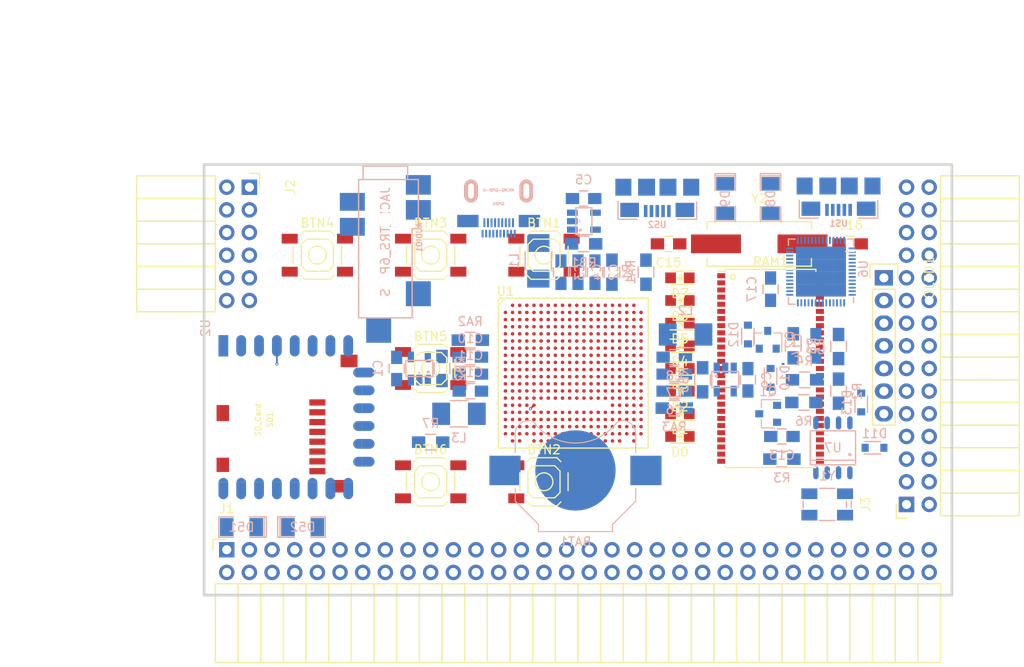
<source format=kicad_pcb>
(kicad_pcb (version 4) (host pcbnew 4.0.5+dfsg1-4)
  (layers (0 F.Cu signal) (1 In1.Cu signal) (2 In2.Cu signal) (31 B.Cu signal) (34 B.Paste user) (35 F.Paste user) (36 B.SilkS user) (37 F.SilkS user) (38 B.Mask user) (39 F.Mask user) (44 Edge.Cuts user))
  (net 0 "")
  (net 1 GND)
  (net 2 +5V)
  (net 3 /gpio/IN5V)
  (net 4 /gpio/OUT5V)
  (net 5 /gpio/P5)
  (net 6 /gpio/P6)
  (net 7 /gpio/P7)
  (net 8 /gpio/P8)
  (net 9 /gpio/P11)
  (net 10 /gpio/P12)
  (net 11 /gpio/P13)
  (net 12 /gpio/P14)
  (net 13 /gpio/P17)
  (net 14 /gpio/P18)
  (net 15 /gpio/P19)
  (net 16 /gpio/P20)
  (net 17 /gpio/P21)
  (net 18 /gpio/P22)
  (net 19 /gpio/P23)
  (net 20 /gpio/P24)
  (net 21 /gpio/P25)
  (net 22 /gpio/P26)
  (net 23 /gpio/P27)
  (net 24 /gpio/P28)
  (net 25 /gpio/P29)
  (net 26 /gpio/P30)
  (net 27 /gpio/P9)
  (net 28 /gpio/P10)
  (net 29 /gpio/P15)
  (net 30 /gpio/P16)
  (net 31 /gpio/P31)
  (net 32 /gpio/P32)
  (net 33 /gpio/P33)
  (net 34 /gpio/P34)
  (net 35 /gpio/P35)
  (net 36 /gpio/P36)
  (net 37 /gpio/P37)
  (net 38 /gpio/P38)
  (net 39 /gpio/P39)
  (net 40 /gpio/P40)
  (net 41 /gpio/P41)
  (net 42 /gpio/P42)
  (net 43 /gpio/P43)
  (net 44 /gpio/P44)
  (net 45 /gpio/P45)
  (net 46 /gpio/P46)
  (net 47 /gpio/P47)
  (net 48 /gpio/P48)
  (net 49 /gpio/P49)
  (net 50 /gpio/P50)
  (net 51 /gpio/P51)
  (net 52 /gpio/P52)
  (net 53 /gpio/P53)
  (net 54 /gpio/P54)
  (net 55 /gpio/P55)
  (net 56 /gpio/P56)
  (net 57 /gpio/P57)
  (net 58 /gpio/P58)
  (net 59 /gpio/P59)
  (net 60 /gpio/P60)
  (net 61 +3V3)
  (net 62 "Net-(L1-Pad1)")
  (net 63 "Net-(L2-Pad1)")
  (net 64 +1V2)
  (net 65 BTN_D)
  (net 66 BTN_F1)
  (net 67 BTN_F2)
  (net 68 BTN_L)
  (net 69 BTN_R)
  (net 70 BTN_U)
  (net 71 "Net-(BTN1-Pad1)")
  (net 72 /power/FB1)
  (net 73 +2V5)
  (net 74 "Net-(L3-Pad1)")
  (net 75 /power/PWREN)
  (net 76 /power/FB3)
  (net 77 /power/FB2)
  (net 78 /usb/USB5V)
  (net 79 "Net-(D9-Pad1)")
  (net 80 /power/VBAT)
  (net 81 SD_3)
  (net 82 SD_MTMS)
  (net 83 SD_MTCK)
  (net 84 SD_MTDO)
  (net 85 SD_MTDI)
  (net 86 JTAG_TDI)
  (net 87 JTAG_TCK)
  (net 88 JTAG_TMS)
  (net 89 JTAG_TDO)
  (net 90 /power/WAKEUPn)
  (net 91 /power/WKUP)
  (net 92 /power/SHUT)
  (net 93 /power/WAKE)
  (net 94 /power/HOLD)
  (net 95 /power/WKn)
  (net 96 "Net-(Q2-Pad1)")
  (net 97 /power/OSCI_32k)
  (net 98 /power/OSCO_32k)
  (net 99 /usb/OSCI_12M)
  (net 100 +1V8)
  (net 101 FTDI_nSUSPEND)
  (net 102 USB_FTDI_DM)
  (net 103 USB_FTDI_DP)
  (net 104 /usb/OSCO_12M)
  (module Keystone_3000_1x12mm-CoinCell:Keystone_3000_1x12mm-CoinCell (layer B.Cu) (at 135.73 95.71)
    (fp_text reference BAT1 (at 0 8) (layer B.SilkS) (effects (justify mirror)))
    (fp_text value CR1225)
    (pad 1 smd rect (at -7.9 0) (size 3.5 3.3) (layers B.Cu B.Paste B.Mask) (net 80 /power/VBAT))
    (pad 1 smd rect (at 7.9 0) (size 3.5 3.3) (layers B.Cu B.Paste B.Mask) (net 80 /power/VBAT))
    (pad 2 smd circle (at 0 0) (size 9 9) (layers B.Cu B.Mask) (net 1 GND))
  )
  (module SMD_Packages:SMD-1206_Pol (layer B.Cu) (at 105.149 102.06)
    (fp_text reference D52 (at 0 0) (layer B.SilkS) (effects (justify mirror)))
    (fp_text value 2A)
    (pad 1 smd rect (at -1.651 0) (size 1.524 2.032) (layers B.Cu B.Paste B.Mask) (net 4 /gpio/OUT5V))
    (pad 2 smd rect (at 1.651 0) (size 1.524 2.032) (layers B.Cu B.Paste B.Mask))
  )
  (module SMD_Packages:SMD-1206_Pol (layer B.Cu) (at 98.291 102.06 180)
    (fp_text reference D51 (at 0 0 180) (layer B.SilkS) (effects (justify mirror)))
    (fp_text value 2A)
    (pad 1 smd rect (at -1.651 0 180) (size 1.524 2.032) (layers B.Cu B.Paste B.Mask) (net 2 +5V))
    (pad 2 smd rect (at 1.651 0 180) (size 1.524 2.032) (layers B.Cu B.Paste B.Mask) (net 3 /gpio/IN5V))
  )
  (module micro-sd:MicroSD_TF02D (layer F.Cu) (at 95.8 90.03 90)
    (fp_text reference SD1 (at 0 5.7 90) (layer F.SilkS) (effects (font (size 0.59944 0.59944) (thickness 0.12446))))
    (fp_text value SD_Card (at 0 4.35 90) (layer F.SilkS) (effects (font (size 0.59944 0.59944) (thickness 0.12446))))
    (pad 1 smd rect (at 1.94 11 90) (size 0.7 1.8) (layers F.Cu F.Paste F.Mask) (net 81 SD_3))
    (pad 2 smd rect (at 0.84 11 90) (size 0.7 1.8) (layers F.Cu F.Paste F.Mask) (net 82 SD_MTMS))
    (pad 3 smd rect (at -0.26 11 90) (size 0.7 1.8) (layers F.Cu F.Paste F.Mask) (net 1 GND))
    (pad 4 smd rect (at -1.36 11 90) (size 0.7 1.8) (layers F.Cu F.Paste F.Mask) (net 61 +3V3))
    (pad 5 smd rect (at -2.46 11 90) (size 0.7 1.8) (layers F.Cu F.Paste F.Mask) (net 83 SD_MTCK))
    (pad 6 smd rect (at -3.56 11 90) (size 0.7 1.8) (layers F.Cu F.Paste F.Mask) (net 1 GND))
    (pad 7 smd rect (at -4.66 11 90) (size 0.7 1.8) (layers F.Cu F.Paste F.Mask) (net 84 SD_MTDO))
    (pad 8 smd rect (at -5.76 11 90) (size 0.7 1.8) (layers F.Cu F.Paste F.Mask) (net 85 SD_MTDI))
    (pad S smd rect (at -5.05 0.4 90) (size 1.6 1.4) (layers F.Cu F.Paste F.Mask))
    (pad S smd rect (at 0.75 0.4 90) (size 1.8 1.4) (layers F.Cu F.Paste F.Mask))
    (pad G smd rect (at -7.45 13.55 90) (size 1.4 1.9) (layers F.Cu F.Paste F.Mask))
    (pad G smd rect (at 6.6 14.55 90) (size 1.4 1.9) (layers F.Cu F.Paste F.Mask))
  )
  (module micro-hdmi-d:MICRO-HDMI-D (layer B.Cu) (at 127.12 62.69)
    (fp_text reference GPDI1 (at -0.025 3.125) (layer B.SilkS) (effects (font (size 0.3 0.3) (thickness 0.075)) (justify mirror)))
    (fp_text value MICRO-GPDI-D (at 0 1.6) (layer B.SilkS) (effects (font (size 0.3 0.3) (thickness 0.075)) (justify mirror)))
    (pad 1 smd rect (at 1.8 6.475) (size 0.23 0.85) (layers B.Cu B.Paste B.Mask))
    (pad 3 smd rect (at 1.4 6.475) (size 0.23 0.85) (layers B.Cu B.Paste B.Mask))
    (pad 5 smd rect (at 1 6.475) (size 0.23 0.85) (layers B.Cu B.Paste B.Mask))
    (pad 7 smd rect (at 0.6 6.475) (size 0.23 0.85) (layers B.Cu B.Paste B.Mask) (net 1 GND))
    (pad 9 smd rect (at 0.2 6.475) (size 0.23 0.85) (layers B.Cu B.Paste B.Mask))
    (pad 11 smd rect (at -0.2 6.475) (size 0.23 0.85) (layers B.Cu B.Paste B.Mask))
    (pad 13 smd rect (at -0.6 6.475) (size 0.23 0.85) (layers B.Cu B.Paste B.Mask) (net 1 GND))
    (pad 15 smd rect (at -1 6.475) (size 0.23 0.85) (layers B.Cu B.Paste B.Mask))
    (pad 17 smd rect (at -1.4 6.475) (size 0.23 0.85) (layers B.Cu B.Paste B.Mask))
    (pad 19 smd rect (at -1.8 6.475) (size 0.23 0.85) (layers B.Cu B.Paste B.Mask) (net 2 +5V))
    (pad 2 smd rect (at 1.6 5.25) (size 0.23 1) (layers B.Cu B.Paste B.Mask))
    (pad 4 smd rect (at 1.2 5.25) (size 0.23 1) (layers B.Cu B.Paste B.Mask) (net 1 GND))
    (pad 6 smd rect (at 0.8 5.25) (size 0.23 1) (layers B.Cu B.Paste B.Mask))
    (pad 8 smd rect (at 0.4 5.25) (size 0.23 1) (layers B.Cu B.Paste B.Mask))
    (pad 10 smd rect (at 0 5.25) (size 0.23 1) (layers B.Cu B.Paste B.Mask) (net 1 GND))
    (pad 12 smd rect (at -0.4 5.25) (size 0.23 1) (layers B.Cu B.Paste B.Mask))
    (pad 14 smd rect (at -0.8 5.25) (size 0.23 1) (layers B.Cu B.Paste B.Mask))
    (pad 16 smd rect (at -1.2 5.25) (size 0.23 1) (layers B.Cu B.Paste B.Mask) (net 1 GND))
    (pad 18 smd rect (at -1.6 5.25) (size 0.23 1) (layers B.Cu B.Paste B.Mask))
    (pad SHD smd rect (at 3.45 5.06) (size 2.4 1.38) (layers B.Cu B.Paste B.Mask) (net 1 GND))
    (pad SHD smd rect (at -3.45 5.06) (size 2.4 1.38) (layers B.Cu B.Paste B.Mask) (net 1 GND))
    (pad "" thru_hole oval (at -3.1 1.7) (size 1.5 2.55) (drill oval 0.65 1.7) (layers *.Cu *.Mask B.SilkS))
    (pad "" thru_hole oval (at 3.1 1.7) (size 1.5 2.55) (drill oval 0.65 1.7) (layers *.Cu *.Mask B.SilkS))
  )
  (module Socket_Strips:Socket_Strip_Angled_2x32 (layer F.Cu) (at 96.64 104.6)
    (fp_text reference J1 (at 0 -4.6) (layer F.SilkS))
    (fp_text value CONN_02X32)
    (pad 1 thru_hole rect (at 0 0) (size 1.7272 1.7272) (drill 1.016) (layers *.Cu *.Mask) (net 3 /gpio/IN5V))
    (pad 2 thru_hole oval (at 0 2.54) (size 1.7272 1.7272) (drill 1.016) (layers *.Cu *.Mask) (net 4 /gpio/OUT5V))
    (pad 3 thru_hole oval (at 2.54 0) (size 1.7272 1.7272) (drill 1.016) (layers *.Cu *.Mask) (net 1 GND))
    (pad 4 thru_hole oval (at 2.54 2.54) (size 1.7272 1.7272) (drill 1.016) (layers *.Cu *.Mask) (net 1 GND))
    (pad 5 thru_hole oval (at 5.08 0) (size 1.7272 1.7272) (drill 1.016) (layers *.Cu *.Mask) (net 5 /gpio/P5))
    (pad 6 thru_hole oval (at 5.08 2.54) (size 1.7272 1.7272) (drill 1.016) (layers *.Cu *.Mask) (net 6 /gpio/P6))
    (pad 7 thru_hole oval (at 7.62 0) (size 1.7272 1.7272) (drill 1.016) (layers *.Cu *.Mask) (net 7 /gpio/P7))
    (pad 8 thru_hole oval (at 7.62 2.54) (size 1.7272 1.7272) (drill 1.016) (layers *.Cu *.Mask) (net 8 /gpio/P8))
    (pad 9 thru_hole oval (at 10.16 0) (size 1.7272 1.7272) (drill 1.016) (layers *.Cu *.Mask) (net 27 /gpio/P9))
    (pad 10 thru_hole oval (at 10.16 2.54) (size 1.7272 1.7272) (drill 1.016) (layers *.Cu *.Mask) (net 28 /gpio/P10))
    (pad 11 thru_hole oval (at 12.7 0) (size 1.7272 1.7272) (drill 1.016) (layers *.Cu *.Mask) (net 9 /gpio/P11))
    (pad 12 thru_hole oval (at 12.7 2.54) (size 1.7272 1.7272) (drill 1.016) (layers *.Cu *.Mask) (net 10 /gpio/P12))
    (pad 13 thru_hole oval (at 15.24 0) (size 1.7272 1.7272) (drill 1.016) (layers *.Cu *.Mask) (net 11 /gpio/P13))
    (pad 14 thru_hole oval (at 15.24 2.54) (size 1.7272 1.7272) (drill 1.016) (layers *.Cu *.Mask) (net 12 /gpio/P14))
    (pad 15 thru_hole oval (at 17.78 0) (size 1.7272 1.7272) (drill 1.016) (layers *.Cu *.Mask) (net 29 /gpio/P15))
    (pad 16 thru_hole oval (at 17.78 2.54) (size 1.7272 1.7272) (drill 1.016) (layers *.Cu *.Mask) (net 30 /gpio/P16))
    (pad 17 thru_hole oval (at 20.32 0) (size 1.7272 1.7272) (drill 1.016) (layers *.Cu *.Mask) (net 13 /gpio/P17))
    (pad 18 thru_hole oval (at 20.32 2.54) (size 1.7272 1.7272) (drill 1.016) (layers *.Cu *.Mask) (net 14 /gpio/P18))
    (pad 19 thru_hole oval (at 22.86 0) (size 1.7272 1.7272) (drill 1.016) (layers *.Cu *.Mask) (net 15 /gpio/P19))
    (pad 20 thru_hole oval (at 22.86 2.54) (size 1.7272 1.7272) (drill 1.016) (layers *.Cu *.Mask) (net 16 /gpio/P20))
    (pad 21 thru_hole oval (at 25.4 0) (size 1.7272 1.7272) (drill 1.016) (layers *.Cu *.Mask) (net 17 /gpio/P21))
    (pad 22 thru_hole oval (at 25.4 2.54) (size 1.7272 1.7272) (drill 1.016) (layers *.Cu *.Mask) (net 18 /gpio/P22))
    (pad 23 thru_hole oval (at 27.94 0) (size 1.7272 1.7272) (drill 1.016) (layers *.Cu *.Mask) (net 19 /gpio/P23))
    (pad 24 thru_hole oval (at 27.94 2.54) (size 1.7272 1.7272) (drill 1.016) (layers *.Cu *.Mask) (net 20 /gpio/P24))
    (pad 25 thru_hole oval (at 30.48 0) (size 1.7272 1.7272) (drill 1.016) (layers *.Cu *.Mask) (net 21 /gpio/P25))
    (pad 26 thru_hole oval (at 30.48 2.54) (size 1.7272 1.7272) (drill 1.016) (layers *.Cu *.Mask) (net 22 /gpio/P26))
    (pad 27 thru_hole oval (at 33.02 0) (size 1.7272 1.7272) (drill 1.016) (layers *.Cu *.Mask) (net 23 /gpio/P27))
    (pad 28 thru_hole oval (at 33.02 2.54) (size 1.7272 1.7272) (drill 1.016) (layers *.Cu *.Mask) (net 24 /gpio/P28))
    (pad 29 thru_hole oval (at 35.56 0) (size 1.7272 1.7272) (drill 1.016) (layers *.Cu *.Mask) (net 25 /gpio/P29))
    (pad 30 thru_hole oval (at 35.56 2.54) (size 1.7272 1.7272) (drill 1.016) (layers *.Cu *.Mask) (net 26 /gpio/P30))
    (pad 31 thru_hole oval (at 38.1 0) (size 1.7272 1.7272) (drill 1.016) (layers *.Cu *.Mask) (net 31 /gpio/P31))
    (pad 32 thru_hole oval (at 38.1 2.54) (size 1.7272 1.7272) (drill 1.016) (layers *.Cu *.Mask) (net 32 /gpio/P32))
    (pad 33 thru_hole oval (at 40.64 0) (size 1.7272 1.7272) (drill 1.016) (layers *.Cu *.Mask) (net 33 /gpio/P33))
    (pad 34 thru_hole oval (at 40.64 2.54) (size 1.7272 1.7272) (drill 1.016) (layers *.Cu *.Mask) (net 34 /gpio/P34))
    (pad 35 thru_hole oval (at 43.18 0) (size 1.7272 1.7272) (drill 1.016) (layers *.Cu *.Mask) (net 35 /gpio/P35))
    (pad 36 thru_hole oval (at 43.18 2.54) (size 1.7272 1.7272) (drill 1.016) (layers *.Cu *.Mask) (net 36 /gpio/P36))
    (pad 37 thru_hole oval (at 45.72 0) (size 1.7272 1.7272) (drill 1.016) (layers *.Cu *.Mask) (net 37 /gpio/P37))
    (pad 38 thru_hole oval (at 45.72 2.54) (size 1.7272 1.7272) (drill 1.016) (layers *.Cu *.Mask) (net 38 /gpio/P38))
    (pad 39 thru_hole oval (at 48.26 0) (size 1.7272 1.7272) (drill 1.016) (layers *.Cu *.Mask) (net 39 /gpio/P39))
    (pad 40 thru_hole oval (at 48.26 2.54) (size 1.7272 1.7272) (drill 1.016) (layers *.Cu *.Mask) (net 40 /gpio/P40))
    (pad 41 thru_hole oval (at 50.8 0) (size 1.7272 1.7272) (drill 1.016) (layers *.Cu *.Mask) (net 41 /gpio/P41))
    (pad 42 thru_hole oval (at 50.8 2.54) (size 1.7272 1.7272) (drill 1.016) (layers *.Cu *.Mask) (net 42 /gpio/P42))
    (pad 43 thru_hole oval (at 53.34 0) (size 1.7272 1.7272) (drill 1.016) (layers *.Cu *.Mask) (net 43 /gpio/P43))
    (pad 44 thru_hole oval (at 53.34 2.54) (size 1.7272 1.7272) (drill 1.016) (layers *.Cu *.Mask) (net 44 /gpio/P44))
    (pad 45 thru_hole oval (at 55.88 0) (size 1.7272 1.7272) (drill 1.016) (layers *.Cu *.Mask) (net 45 /gpio/P45))
    (pad 46 thru_hole oval (at 55.88 2.54) (size 1.7272 1.7272) (drill 1.016) (layers *.Cu *.Mask) (net 46 /gpio/P46))
    (pad 47 thru_hole oval (at 58.42 0) (size 1.7272 1.7272) (drill 1.016) (layers *.Cu *.Mask) (net 47 /gpio/P47))
    (pad 48 thru_hole oval (at 58.42 2.54) (size 1.7272 1.7272) (drill 1.016) (layers *.Cu *.Mask) (net 48 /gpio/P48))
    (pad 49 thru_hole oval (at 60.96 0) (size 1.7272 1.7272) (drill 1.016) (layers *.Cu *.Mask) (net 49 /gpio/P49))
    (pad 50 thru_hole oval (at 60.96 2.54) (size 1.7272 1.7272) (drill 1.016) (layers *.Cu *.Mask) (net 50 /gpio/P50))
    (pad 51 thru_hole oval (at 63.5 0) (size 1.7272 1.7272) (drill 1.016) (layers *.Cu *.Mask) (net 51 /gpio/P51))
    (pad 52 thru_hole oval (at 63.5 2.54) (size 1.7272 1.7272) (drill 1.016) (layers *.Cu *.Mask) (net 52 /gpio/P52))
    (pad 53 thru_hole oval (at 66.04 0) (size 1.7272 1.7272) (drill 1.016) (layers *.Cu *.Mask) (net 53 /gpio/P53))
    (pad 54 thru_hole oval (at 66.04 2.54) (size 1.7272 1.7272) (drill 1.016) (layers *.Cu *.Mask) (net 54 /gpio/P54))
    (pad 55 thru_hole oval (at 68.58 0) (size 1.7272 1.7272) (drill 1.016) (layers *.Cu *.Mask) (net 55 /gpio/P55))
    (pad 56 thru_hole oval (at 68.58 2.54) (size 1.7272 1.7272) (drill 1.016) (layers *.Cu *.Mask) (net 56 /gpio/P56))
    (pad 57 thru_hole oval (at 71.12 0) (size 1.7272 1.7272) (drill 1.016) (layers *.Cu *.Mask) (net 57 /gpio/P57))
    (pad 58 thru_hole oval (at 71.12 2.54) (size 1.7272 1.7272) (drill 1.016) (layers *.Cu *.Mask) (net 58 /gpio/P58))
    (pad 59 thru_hole oval (at 73.66 0) (size 1.7272 1.7272) (drill 1.016) (layers *.Cu *.Mask) (net 59 /gpio/P59))
    (pad 60 thru_hole oval (at 73.66 2.54) (size 1.7272 1.7272) (drill 1.016) (layers *.Cu *.Mask) (net 60 /gpio/P60))
    (pad 61 thru_hole oval (at 76.2 0) (size 1.7272 1.7272) (drill 1.016) (layers *.Cu *.Mask) (net 1 GND))
    (pad 62 thru_hole oval (at 76.2 2.54) (size 1.7272 1.7272) (drill 1.016) (layers *.Cu *.Mask) (net 1 GND))
    (pad 63 thru_hole oval (at 78.74 0) (size 1.7272 1.7272) (drill 1.016) (layers *.Cu *.Mask) (net 61 +3V3))
    (pad 64 thru_hole oval (at 78.74 2.54) (size 1.7272 1.7272) (drill 1.016) (layers *.Cu *.Mask) (net 61 +3V3))
  )
  (module Socket_Strips:Socket_Strip_Angled_2x15 (layer F.Cu) (at 172.84 99.52 90)
    (fp_text reference J3 (at 0 -4.6 90) (layer F.SilkS))
    (fp_text value CONN_02X15)
    (pad 1 thru_hole rect (at 0 0 90) (size 1.7272 1.7272) (drill 1.016) (layers *.Cu *.Mask) (net 61 +3V3))
    (pad 2 thru_hole oval (at 0 2.54 90) (size 1.7272 1.7272) (drill 1.016) (layers *.Cu *.Mask) (net 61 +3V3))
    (pad 3 thru_hole oval (at 2.54 0 90) (size 1.7272 1.7272) (drill 1.016) (layers *.Cu *.Mask) (net 1 GND))
    (pad 4 thru_hole oval (at 2.54 2.54 90) (size 1.7272 1.7272) (drill 1.016) (layers *.Cu *.Mask) (net 1 GND))
    (pad 5 thru_hole oval (at 5.08 0 90) (size 1.7272 1.7272) (drill 1.016) (layers *.Cu *.Mask))
    (pad 6 thru_hole oval (at 5.08 2.54 90) (size 1.7272 1.7272) (drill 1.016) (layers *.Cu *.Mask))
    (pad 7 thru_hole oval (at 7.62 0 90) (size 1.7272 1.7272) (drill 1.016) (layers *.Cu *.Mask))
    (pad 8 thru_hole oval (at 7.62 2.54 90) (size 1.7272 1.7272) (drill 1.016) (layers *.Cu *.Mask))
    (pad 9 thru_hole oval (at 10.16 0 90) (size 1.7272 1.7272) (drill 1.016) (layers *.Cu *.Mask))
    (pad 10 thru_hole oval (at 10.16 2.54 90) (size 1.7272 1.7272) (drill 1.016) (layers *.Cu *.Mask))
    (pad 11 thru_hole oval (at 12.7 0 90) (size 1.7272 1.7272) (drill 1.016) (layers *.Cu *.Mask))
    (pad 12 thru_hole oval (at 12.7 2.54 90) (size 1.7272 1.7272) (drill 1.016) (layers *.Cu *.Mask))
    (pad 13 thru_hole oval (at 15.24 0 90) (size 1.7272 1.7272) (drill 1.016) (layers *.Cu *.Mask))
    (pad 14 thru_hole oval (at 15.24 2.54 90) (size 1.7272 1.7272) (drill 1.016) (layers *.Cu *.Mask))
    (pad 15 thru_hole oval (at 17.78 0 90) (size 1.7272 1.7272) (drill 1.016) (layers *.Cu *.Mask))
    (pad 16 thru_hole oval (at 17.78 2.54 90) (size 1.7272 1.7272) (drill 1.016) (layers *.Cu *.Mask))
    (pad 17 thru_hole oval (at 20.32 0 90) (size 1.7272 1.7272) (drill 1.016) (layers *.Cu *.Mask))
    (pad 18 thru_hole oval (at 20.32 2.54 90) (size 1.7272 1.7272) (drill 1.016) (layers *.Cu *.Mask))
    (pad 19 thru_hole oval (at 22.86 0 90) (size 1.7272 1.7272) (drill 1.016) (layers *.Cu *.Mask) (net 61 +3V3))
    (pad 20 thru_hole oval (at 22.86 2.54 90) (size 1.7272 1.7272) (drill 1.016) (layers *.Cu *.Mask) (net 61 +3V3))
    (pad 21 thru_hole oval (at 25.4 0 90) (size 1.7272 1.7272) (drill 1.016) (layers *.Cu *.Mask) (net 1 GND))
    (pad 22 thru_hole oval (at 25.4 2.54 90) (size 1.7272 1.7272) (drill 1.016) (layers *.Cu *.Mask) (net 1 GND))
    (pad 23 thru_hole oval (at 27.94 0 90) (size 1.7272 1.7272) (drill 1.016) (layers *.Cu *.Mask))
    (pad 24 thru_hole oval (at 27.94 2.54 90) (size 1.7272 1.7272) (drill 1.016) (layers *.Cu *.Mask))
    (pad 25 thru_hole oval (at 30.48 0 90) (size 1.7272 1.7272) (drill 1.016) (layers *.Cu *.Mask))
    (pad 26 thru_hole oval (at 30.48 2.54 90) (size 1.7272 1.7272) (drill 1.016) (layers *.Cu *.Mask))
    (pad 27 thru_hole oval (at 33.02 0 90) (size 1.7272 1.7272) (drill 1.016) (layers *.Cu *.Mask))
    (pad 28 thru_hole oval (at 33.02 2.54 90) (size 1.7272 1.7272) (drill 1.016) (layers *.Cu *.Mask))
    (pad 29 thru_hole oval (at 35.56 0 90) (size 1.7272 1.7272) (drill 1.016) (layers *.Cu *.Mask))
    (pad 30 thru_hole oval (at 35.56 2.54 90) (size 1.7272 1.7272) (drill 1.016) (layers *.Cu *.Mask))
  )
  (module Socket_Strips:Socket_Strip_Angled_2x06 (layer F.Cu) (at 99.18 63.96 270)
    (fp_text reference J2 (at 0 -4.6 270) (layer F.SilkS))
    (fp_text value CONN_02X06)
    (pad 1 thru_hole rect (at 0 0 270) (size 1.7272 1.7272) (drill 1.016) (layers *.Cu *.Mask) (net 61 +3V3))
    (pad 2 thru_hole oval (at 0 2.54 270) (size 1.7272 1.7272) (drill 1.016) (layers *.Cu *.Mask) (net 61 +3V3))
    (pad 3 thru_hole oval (at 2.54 0 270) (size 1.7272 1.7272) (drill 1.016) (layers *.Cu *.Mask) (net 1 GND))
    (pad 4 thru_hole oval (at 2.54 2.54 270) (size 1.7272 1.7272) (drill 1.016) (layers *.Cu *.Mask) (net 1 GND))
    (pad 5 thru_hole oval (at 5.08 0 270) (size 1.7272 1.7272) (drill 1.016) (layers *.Cu *.Mask))
    (pad 6 thru_hole oval (at 5.08 2.54 270) (size 1.7272 1.7272) (drill 1.016) (layers *.Cu *.Mask))
    (pad 7 thru_hole oval (at 7.62 0 270) (size 1.7272 1.7272) (drill 1.016) (layers *.Cu *.Mask))
    (pad 8 thru_hole oval (at 7.62 2.54 270) (size 1.7272 1.7272) (drill 1.016) (layers *.Cu *.Mask))
    (pad 9 thru_hole oval (at 10.16 0 270) (size 1.7272 1.7272) (drill 1.016) (layers *.Cu *.Mask))
    (pad 10 thru_hole oval (at 10.16 2.54 270) (size 1.7272 1.7272) (drill 1.016) (layers *.Cu *.Mask))
    (pad 11 thru_hole oval (at 12.7 0 270) (size 1.7272 1.7272) (drill 1.016) (layers *.Cu *.Mask))
    (pad 12 thru_hole oval (at 12.7 2.54 270) (size 1.7272 1.7272) (drill 1.016) (layers *.Cu *.Mask))
  )
  (module lfe5bg381:BGA-381_pitch0.8mm_dia0.4mm (layer F.Cu) (at 135.48 84.8)
    (fp_text reference U1 (at -7.6 -9.2) (layer F.SilkS))
    (fp_text value LFE5U-25F-6BG381C)
    (pad A2 smd circle (at -6.8 -7.6) (size 0.4 0.4) (layers F.Cu F.Paste F.Mask))
    (pad A3 smd circle (at -6 -7.6) (size 0.4 0.4) (layers F.Cu F.Paste F.Mask))
    (pad A4 smd circle (at -5.2 -7.6) (size 0.4 0.4) (layers F.Cu F.Paste F.Mask))
    (pad A5 smd circle (at -4.4 -7.6) (size 0.4 0.4) (layers F.Cu F.Paste F.Mask))
    (pad A6 smd circle (at -3.6 -7.6) (size 0.4 0.4) (layers F.Cu F.Paste F.Mask) (net 24 /gpio/P28))
    (pad A7 smd circle (at -2.8 -7.6) (size 0.4 0.4) (layers F.Cu F.Paste F.Mask) (net 30 /gpio/P16))
    (pad A8 smd circle (at -2 -7.6) (size 0.4 0.4) (layers F.Cu F.Paste F.Mask) (net 29 /gpio/P15))
    (pad A9 smd circle (at -1.2 -7.6) (size 0.4 0.4) (layers F.Cu F.Paste F.Mask) (net 28 /gpio/P10))
    (pad A10 smd circle (at -0.4 -7.6) (size 0.4 0.4) (layers F.Cu F.Paste F.Mask) (net 7 /gpio/P7))
    (pad A11 smd circle (at 0.4 -7.6) (size 0.4 0.4) (layers F.Cu F.Paste F.Mask) (net 8 /gpio/P8))
    (pad A12 smd circle (at 1.2 -7.6) (size 0.4 0.4) (layers F.Cu F.Paste F.Mask) (net 54 /gpio/P54))
    (pad A13 smd circle (at 2 -7.6) (size 0.4 0.4) (layers F.Cu F.Paste F.Mask) (net 53 /gpio/P53))
    (pad A14 smd circle (at 2.8 -7.6) (size 0.4 0.4) (layers F.Cu F.Paste F.Mask) (net 48 /gpio/P48))
    (pad A15 smd circle (at 3.6 -7.6) (size 0.4 0.4) (layers F.Cu F.Paste F.Mask))
    (pad A16 smd circle (at 4.4 -7.6) (size 0.4 0.4) (layers F.Cu F.Paste F.Mask) (net 40 /gpio/P40))
    (pad A17 smd circle (at 5.2 -7.6) (size 0.4 0.4) (layers F.Cu F.Paste F.Mask) (net 34 /gpio/P34))
    (pad A18 smd circle (at 6 -7.6) (size 0.4 0.4) (layers F.Cu F.Paste F.Mask) (net 32 /gpio/P32))
    (pad A19 smd circle (at 6.8 -7.6) (size 0.4 0.4) (layers F.Cu F.Paste F.Mask) (net 26 /gpio/P30))
    (pad B1 smd circle (at -7.6 -6.8) (size 0.4 0.4) (layers F.Cu F.Paste F.Mask))
    (pad B2 smd circle (at -6.8 -6.8) (size 0.4 0.4) (layers F.Cu F.Paste F.Mask))
    (pad B3 smd circle (at -6 -6.8) (size 0.4 0.4) (layers F.Cu F.Paste F.Mask))
    (pad B4 smd circle (at -5.2 -6.8) (size 0.4 0.4) (layers F.Cu F.Paste F.Mask))
    (pad B5 smd circle (at -4.4 -6.8) (size 0.4 0.4) (layers F.Cu F.Paste F.Mask))
    (pad B6 smd circle (at -3.6 -6.8) (size 0.4 0.4) (layers F.Cu F.Paste F.Mask) (net 23 /gpio/P27))
    (pad B7 smd circle (at -2.8 -6.8) (size 0.4 0.4) (layers F.Cu F.Paste F.Mask) (net 1 GND))
    (pad B8 smd circle (at -2 -6.8) (size 0.4 0.4) (layers F.Cu F.Paste F.Mask) (net 13 /gpio/P17))
    (pad B9 smd circle (at -1.2 -6.8) (size 0.4 0.4) (layers F.Cu F.Paste F.Mask) (net 10 /gpio/P12))
    (pad B10 smd circle (at -0.4 -6.8) (size 0.4 0.4) (layers F.Cu F.Paste F.Mask) (net 27 /gpio/P9))
    (pad B11 smd circle (at 0.4 -6.8) (size 0.4 0.4) (layers F.Cu F.Paste F.Mask) (net 5 /gpio/P5))
    (pad B12 smd circle (at 1.2 -6.8) (size 0.4 0.4) (layers F.Cu F.Paste F.Mask) (net 58 /gpio/P58))
    (pad B13 smd circle (at 2 -6.8) (size 0.4 0.4) (layers F.Cu F.Paste F.Mask) (net 52 /gpio/P52))
    (pad B14 smd circle (at 2.8 -6.8) (size 0.4 0.4) (layers F.Cu F.Paste F.Mask) (net 1 GND))
    (pad B15 smd circle (at 3.6 -6.8) (size 0.4 0.4) (layers F.Cu F.Paste F.Mask) (net 44 /gpio/P44))
    (pad B16 smd circle (at 4.4 -6.8) (size 0.4 0.4) (layers F.Cu F.Paste F.Mask) (net 39 /gpio/P39))
    (pad B17 smd circle (at 5.2 -6.8) (size 0.4 0.4) (layers F.Cu F.Paste F.Mask) (net 36 /gpio/P36))
    (pad B18 smd circle (at 6 -6.8) (size 0.4 0.4) (layers F.Cu F.Paste F.Mask) (net 33 /gpio/P33))
    (pad B19 smd circle (at 6.8 -6.8) (size 0.4 0.4) (layers F.Cu F.Paste F.Mask) (net 31 /gpio/P31))
    (pad B20 smd circle (at 7.6 -6.8) (size 0.4 0.4) (layers F.Cu F.Paste F.Mask) (net 25 /gpio/P29))
    (pad C1 smd circle (at -7.6 -6) (size 0.4 0.4) (layers F.Cu F.Paste F.Mask))
    (pad C2 smd circle (at -6.8 -6) (size 0.4 0.4) (layers F.Cu F.Paste F.Mask))
    (pad C3 smd circle (at -6 -6) (size 0.4 0.4) (layers F.Cu F.Paste F.Mask))
    (pad C4 smd circle (at -5.2 -6) (size 0.4 0.4) (layers F.Cu F.Paste F.Mask))
    (pad C5 smd circle (at -4.4 -6) (size 0.4 0.4) (layers F.Cu F.Paste F.Mask))
    (pad C6 smd circle (at -3.6 -6) (size 0.4 0.4) (layers F.Cu F.Paste F.Mask) (net 18 /gpio/P22))
    (pad C7 smd circle (at -2.8 -6) (size 0.4 0.4) (layers F.Cu F.Paste F.Mask) (net 17 /gpio/P21))
    (pad C8 smd circle (at -2 -6) (size 0.4 0.4) (layers F.Cu F.Paste F.Mask) (net 14 /gpio/P18))
    (pad C9 smd circle (at -1.2 -6) (size 0.4 0.4) (layers F.Cu F.Paste F.Mask))
    (pad C10 smd circle (at -0.4 -6) (size 0.4 0.4) (layers F.Cu F.Paste F.Mask) (net 9 /gpio/P11))
    (pad C11 smd circle (at 0.4 -6) (size 0.4 0.4) (layers F.Cu F.Paste F.Mask) (net 6 /gpio/P6))
    (pad C12 smd circle (at 1.2 -6) (size 0.4 0.4) (layers F.Cu F.Paste F.Mask) (net 57 /gpio/P57))
    (pad C13 smd circle (at 2 -6) (size 0.4 0.4) (layers F.Cu F.Paste F.Mask) (net 51 /gpio/P51))
    (pad C14 smd circle (at 2.8 -6) (size 0.4 0.4) (layers F.Cu F.Paste F.Mask) (net 47 /gpio/P47))
    (pad C15 smd circle (at 3.6 -6) (size 0.4 0.4) (layers F.Cu F.Paste F.Mask) (net 43 /gpio/P43))
    (pad C16 smd circle (at 4.4 -6) (size 0.4 0.4) (layers F.Cu F.Paste F.Mask) (net 38 /gpio/P38))
    (pad C17 smd circle (at 5.2 -6) (size 0.4 0.4) (layers F.Cu F.Paste F.Mask) (net 35 /gpio/P35))
    (pad C18 smd circle (at 6 -6) (size 0.4 0.4) (layers F.Cu F.Paste F.Mask))
    (pad C19 smd circle (at 6.8 -6) (size 0.4 0.4) (layers F.Cu F.Paste F.Mask) (net 1 GND))
    (pad C20 smd circle (at 7.6 -6) (size 0.4 0.4) (layers F.Cu F.Paste F.Mask))
    (pad D1 smd circle (at -7.6 -5.2) (size 0.4 0.4) (layers F.Cu F.Paste F.Mask))
    (pad D2 smd circle (at -6.8 -5.2) (size 0.4 0.4) (layers F.Cu F.Paste F.Mask))
    (pad D3 smd circle (at -6 -5.2) (size 0.4 0.4) (layers F.Cu F.Paste F.Mask))
    (pad D4 smd circle (at -5.2 -5.2) (size 0.4 0.4) (layers F.Cu F.Paste F.Mask) (net 1 GND))
    (pad D5 smd circle (at -4.4 -5.2) (size 0.4 0.4) (layers F.Cu F.Paste F.Mask))
    (pad D6 smd circle (at -3.6 -5.2) (size 0.4 0.4) (layers F.Cu F.Paste F.Mask) (net 21 /gpio/P25))
    (pad D7 smd circle (at -2.8 -5.2) (size 0.4 0.4) (layers F.Cu F.Paste F.Mask) (net 19 /gpio/P23))
    (pad D8 smd circle (at -2 -5.2) (size 0.4 0.4) (layers F.Cu F.Paste F.Mask) (net 15 /gpio/P19))
    (pad D9 smd circle (at -1.2 -5.2) (size 0.4 0.4) (layers F.Cu F.Paste F.Mask) (net 12 /gpio/P14))
    (pad D10 smd circle (at -0.4 -5.2) (size 0.4 0.4) (layers F.Cu F.Paste F.Mask))
    (pad D11 smd circle (at 0.4 -5.2) (size 0.4 0.4) (layers F.Cu F.Paste F.Mask) (net 60 /gpio/P60))
    (pad D12 smd circle (at 1.2 -5.2) (size 0.4 0.4) (layers F.Cu F.Paste F.Mask) (net 56 /gpio/P56))
    (pad D13 smd circle (at 2 -5.2) (size 0.4 0.4) (layers F.Cu F.Paste F.Mask) (net 50 /gpio/P50))
    (pad D14 smd circle (at 2.8 -5.2) (size 0.4 0.4) (layers F.Cu F.Paste F.Mask) (net 46 /gpio/P46))
    (pad D15 smd circle (at 3.6 -5.2) (size 0.4 0.4) (layers F.Cu F.Paste F.Mask) (net 42 /gpio/P42))
    (pad D16 smd circle (at 4.4 -5.2) (size 0.4 0.4) (layers F.Cu F.Paste F.Mask) (net 37 /gpio/P37))
    (pad D17 smd circle (at 5.2 -5.2) (size 0.4 0.4) (layers F.Cu F.Paste F.Mask))
    (pad D18 smd circle (at 6 -5.2) (size 0.4 0.4) (layers F.Cu F.Paste F.Mask))
    (pad D19 smd circle (at 6.8 -5.2) (size 0.4 0.4) (layers F.Cu F.Paste F.Mask))
    (pad D20 smd circle (at 7.6 -5.2) (size 0.4 0.4) (layers F.Cu F.Paste F.Mask))
    (pad E1 smd circle (at -7.6 -4.4) (size 0.4 0.4) (layers F.Cu F.Paste F.Mask))
    (pad E2 smd circle (at -6.8 -4.4) (size 0.4 0.4) (layers F.Cu F.Paste F.Mask))
    (pad E3 smd circle (at -6 -4.4) (size 0.4 0.4) (layers F.Cu F.Paste F.Mask))
    (pad E4 smd circle (at -5.2 -4.4) (size 0.4 0.4) (layers F.Cu F.Paste F.Mask))
    (pad E5 smd circle (at -4.4 -4.4) (size 0.4 0.4) (layers F.Cu F.Paste F.Mask))
    (pad E6 smd circle (at -3.6 -4.4) (size 0.4 0.4) (layers F.Cu F.Paste F.Mask) (net 22 /gpio/P26))
    (pad E7 smd circle (at -2.8 -4.4) (size 0.4 0.4) (layers F.Cu F.Paste F.Mask) (net 20 /gpio/P24))
    (pad E8 smd circle (at -2 -4.4) (size 0.4 0.4) (layers F.Cu F.Paste F.Mask) (net 16 /gpio/P20))
    (pad E9 smd circle (at -1.2 -4.4) (size 0.4 0.4) (layers F.Cu F.Paste F.Mask) (net 11 /gpio/P13))
    (pad E10 smd circle (at -0.4 -4.4) (size 0.4 0.4) (layers F.Cu F.Paste F.Mask))
    (pad E11 smd circle (at 0.4 -4.4) (size 0.4 0.4) (layers F.Cu F.Paste F.Mask) (net 59 /gpio/P59))
    (pad E12 smd circle (at 1.2 -4.4) (size 0.4 0.4) (layers F.Cu F.Paste F.Mask) (net 55 /gpio/P55))
    (pad E13 smd circle (at 2 -4.4) (size 0.4 0.4) (layers F.Cu F.Paste F.Mask) (net 49 /gpio/P49))
    (pad E14 smd circle (at 2.8 -4.4) (size 0.4 0.4) (layers F.Cu F.Paste F.Mask) (net 45 /gpio/P45))
    (pad E15 smd circle (at 3.6 -4.4) (size 0.4 0.4) (layers F.Cu F.Paste F.Mask) (net 41 /gpio/P41))
    (pad E16 smd circle (at 4.4 -4.4) (size 0.4 0.4) (layers F.Cu F.Paste F.Mask))
    (pad E17 smd circle (at 5.2 -4.4) (size 0.4 0.4) (layers F.Cu F.Paste F.Mask))
    (pad E18 smd circle (at 6 -4.4) (size 0.4 0.4) (layers F.Cu F.Paste F.Mask))
    (pad E19 smd circle (at 6.8 -4.4) (size 0.4 0.4) (layers F.Cu F.Paste F.Mask))
    (pad E20 smd circle (at 7.6 -4.4) (size 0.4 0.4) (layers F.Cu F.Paste F.Mask))
    (pad F1 smd circle (at -7.6 -3.6) (size 0.4 0.4) (layers F.Cu F.Paste F.Mask))
    (pad F2 smd circle (at -6.8 -3.6) (size 0.4 0.4) (layers F.Cu F.Paste F.Mask))
    (pad F3 smd circle (at -6 -3.6) (size 0.4 0.4) (layers F.Cu F.Paste F.Mask))
    (pad F4 smd circle (at -5.2 -3.6) (size 0.4 0.4) (layers F.Cu F.Paste F.Mask))
    (pad F5 smd circle (at -4.4 -3.6) (size 0.4 0.4) (layers F.Cu F.Paste F.Mask))
    (pad F6 smd circle (at -3.6 -3.6) (size 0.4 0.4) (layers F.Cu F.Paste F.Mask) (net 73 +2V5))
    (pad F7 smd circle (at -2.8 -3.6) (size 0.4 0.4) (layers F.Cu F.Paste F.Mask) (net 1 GND))
    (pad F8 smd circle (at -2 -3.6) (size 0.4 0.4) (layers F.Cu F.Paste F.Mask) (net 1 GND))
    (pad F9 smd circle (at -1.2 -3.6) (size 0.4 0.4) (layers F.Cu F.Paste F.Mask) (net 61 +3V3))
    (pad F10 smd circle (at -0.4 -3.6) (size 0.4 0.4) (layers F.Cu F.Paste F.Mask) (net 61 +3V3))
    (pad F11 smd circle (at 0.4 -3.6) (size 0.4 0.4) (layers F.Cu F.Paste F.Mask) (net 61 +3V3))
    (pad F12 smd circle (at 1.2 -3.6) (size 0.4 0.4) (layers F.Cu F.Paste F.Mask) (net 61 +3V3))
    (pad F13 smd circle (at 2 -3.6) (size 0.4 0.4) (layers F.Cu F.Paste F.Mask) (net 1 GND))
    (pad F14 smd circle (at 2.8 -3.6) (size 0.4 0.4) (layers F.Cu F.Paste F.Mask) (net 1 GND))
    (pad F15 smd circle (at 3.6 -3.6) (size 0.4 0.4) (layers F.Cu F.Paste F.Mask) (net 73 +2V5))
    (pad F16 smd circle (at 4.4 -3.6) (size 0.4 0.4) (layers F.Cu F.Paste F.Mask))
    (pad F17 smd circle (at 5.2 -3.6) (size 0.4 0.4) (layers F.Cu F.Paste F.Mask))
    (pad F18 smd circle (at 6 -3.6) (size 0.4 0.4) (layers F.Cu F.Paste F.Mask))
    (pad F19 smd circle (at 6.8 -3.6) (size 0.4 0.4) (layers F.Cu F.Paste F.Mask))
    (pad F20 smd circle (at 7.6 -3.6) (size 0.4 0.4) (layers F.Cu F.Paste F.Mask))
    (pad G1 smd circle (at -7.6 -2.8) (size 0.4 0.4) (layers F.Cu F.Paste F.Mask))
    (pad G2 smd circle (at -6.8 -2.8) (size 0.4 0.4) (layers F.Cu F.Paste F.Mask))
    (pad G3 smd circle (at -6 -2.8) (size 0.4 0.4) (layers F.Cu F.Paste F.Mask))
    (pad G4 smd circle (at -5.2 -2.8) (size 0.4 0.4) (layers F.Cu F.Paste F.Mask) (net 1 GND))
    (pad G5 smd circle (at -4.4 -2.8) (size 0.4 0.4) (layers F.Cu F.Paste F.Mask))
    (pad G6 smd circle (at -3.6 -2.8) (size 0.4 0.4) (layers F.Cu F.Paste F.Mask) (net 1 GND))
    (pad G7 smd circle (at -2.8 -2.8) (size 0.4 0.4) (layers F.Cu F.Paste F.Mask) (net 1 GND))
    (pad G8 smd circle (at -2 -2.8) (size 0.4 0.4) (layers F.Cu F.Paste F.Mask) (net 1 GND))
    (pad G9 smd circle (at -1.2 -2.8) (size 0.4 0.4) (layers F.Cu F.Paste F.Mask) (net 1 GND))
    (pad G10 smd circle (at -0.4 -2.8) (size 0.4 0.4) (layers F.Cu F.Paste F.Mask) (net 1 GND))
    (pad G11 smd circle (at 0.4 -2.8) (size 0.4 0.4) (layers F.Cu F.Paste F.Mask) (net 1 GND))
    (pad G12 smd circle (at 1.2 -2.8) (size 0.4 0.4) (layers F.Cu F.Paste F.Mask) (net 1 GND))
    (pad G13 smd circle (at 2 -2.8) (size 0.4 0.4) (layers F.Cu F.Paste F.Mask) (net 1 GND))
    (pad G14 smd circle (at 2.8 -2.8) (size 0.4 0.4) (layers F.Cu F.Paste F.Mask) (net 1 GND))
    (pad G15 smd circle (at 3.6 -2.8) (size 0.4 0.4) (layers F.Cu F.Paste F.Mask) (net 1 GND))
    (pad G16 smd circle (at 4.4 -2.8) (size 0.4 0.4) (layers F.Cu F.Paste F.Mask))
    (pad G17 smd circle (at 5.2 -2.8) (size 0.4 0.4) (layers F.Cu F.Paste F.Mask) (net 1 GND))
    (pad G18 smd circle (at 6 -2.8) (size 0.4 0.4) (layers F.Cu F.Paste F.Mask))
    (pad G19 smd circle (at 6.8 -2.8) (size 0.4 0.4) (layers F.Cu F.Paste F.Mask))
    (pad G20 smd circle (at 7.6 -2.8) (size 0.4 0.4) (layers F.Cu F.Paste F.Mask))
    (pad H1 smd circle (at -7.6 -2) (size 0.4 0.4) (layers F.Cu F.Paste F.Mask))
    (pad H2 smd circle (at -6.8 -2) (size 0.4 0.4) (layers F.Cu F.Paste F.Mask))
    (pad H3 smd circle (at -6 -2) (size 0.4 0.4) (layers F.Cu F.Paste F.Mask))
    (pad H4 smd circle (at -5.2 -2) (size 0.4 0.4) (layers F.Cu F.Paste F.Mask))
    (pad H5 smd circle (at -4.4 -2) (size 0.4 0.4) (layers F.Cu F.Paste F.Mask))
    (pad H6 smd circle (at -3.6 -2) (size 0.4 0.4) (layers F.Cu F.Paste F.Mask) (net 61 +3V3))
    (pad H7 smd circle (at -2.8 -2) (size 0.4 0.4) (layers F.Cu F.Paste F.Mask) (net 61 +3V3))
    (pad H8 smd circle (at -2 -2) (size 0.4 0.4) (layers F.Cu F.Paste F.Mask) (net 64 +1V2))
    (pad H9 smd circle (at -1.2 -2) (size 0.4 0.4) (layers F.Cu F.Paste F.Mask) (net 64 +1V2))
    (pad H10 smd circle (at -0.4 -2) (size 0.4 0.4) (layers F.Cu F.Paste F.Mask) (net 64 +1V2))
    (pad H11 smd circle (at 0.4 -2) (size 0.4 0.4) (layers F.Cu F.Paste F.Mask) (net 64 +1V2))
    (pad H12 smd circle (at 1.2 -2) (size 0.4 0.4) (layers F.Cu F.Paste F.Mask) (net 64 +1V2))
    (pad H13 smd circle (at 2 -2) (size 0.4 0.4) (layers F.Cu F.Paste F.Mask) (net 64 +1V2))
    (pad H14 smd circle (at 2.8 -2) (size 0.4 0.4) (layers F.Cu F.Paste F.Mask) (net 61 +3V3))
    (pad H15 smd circle (at 3.6 -2) (size 0.4 0.4) (layers F.Cu F.Paste F.Mask) (net 61 +3V3))
    (pad H16 smd circle (at 4.4 -2) (size 0.4 0.4) (layers F.Cu F.Paste F.Mask))
    (pad H17 smd circle (at 5.2 -2) (size 0.4 0.4) (layers F.Cu F.Paste F.Mask))
    (pad H18 smd circle (at 6 -2) (size 0.4 0.4) (layers F.Cu F.Paste F.Mask))
    (pad H19 smd circle (at 6.8 -2) (size 0.4 0.4) (layers F.Cu F.Paste F.Mask) (net 1 GND))
    (pad H20 smd circle (at 7.6 -2) (size 0.4 0.4) (layers F.Cu F.Paste F.Mask))
    (pad J1 smd circle (at -7.6 -1.2) (size 0.4 0.4) (layers F.Cu F.Paste F.Mask))
    (pad J2 smd circle (at -6.8 -1.2) (size 0.4 0.4) (layers F.Cu F.Paste F.Mask) (net 1 GND))
    (pad J3 smd circle (at -6 -1.2) (size 0.4 0.4) (layers F.Cu F.Paste F.Mask))
    (pad J4 smd circle (at -5.2 -1.2) (size 0.4 0.4) (layers F.Cu F.Paste F.Mask))
    (pad J5 smd circle (at -4.4 -1.2) (size 0.4 0.4) (layers F.Cu F.Paste F.Mask))
    (pad J6 smd circle (at -3.6 -1.2) (size 0.4 0.4) (layers F.Cu F.Paste F.Mask) (net 61 +3V3))
    (pad J7 smd circle (at -2.8 -1.2) (size 0.4 0.4) (layers F.Cu F.Paste F.Mask) (net 1 GND))
    (pad J8 smd circle (at -2 -1.2) (size 0.4 0.4) (layers F.Cu F.Paste F.Mask) (net 64 +1V2))
    (pad J9 smd circle (at -1.2 -1.2) (size 0.4 0.4) (layers F.Cu F.Paste F.Mask) (net 1 GND))
    (pad J10 smd circle (at -0.4 -1.2) (size 0.4 0.4) (layers F.Cu F.Paste F.Mask) (net 1 GND))
    (pad J11 smd circle (at 0.4 -1.2) (size 0.4 0.4) (layers F.Cu F.Paste F.Mask) (net 1 GND))
    (pad J12 smd circle (at 1.2 -1.2) (size 0.4 0.4) (layers F.Cu F.Paste F.Mask) (net 1 GND))
    (pad J13 smd circle (at 2 -1.2) (size 0.4 0.4) (layers F.Cu F.Paste F.Mask) (net 64 +1V2))
    (pad J14 smd circle (at 2.8 -1.2) (size 0.4 0.4) (layers F.Cu F.Paste F.Mask) (net 1 GND))
    (pad J15 smd circle (at 3.6 -1.2) (size 0.4 0.4) (layers F.Cu F.Paste F.Mask) (net 61 +3V3))
    (pad J16 smd circle (at 4.4 -1.2) (size 0.4 0.4) (layers F.Cu F.Paste F.Mask))
    (pad J17 smd circle (at 5.2 -1.2) (size 0.4 0.4) (layers F.Cu F.Paste F.Mask))
    (pad J18 smd circle (at 6 -1.2) (size 0.4 0.4) (layers F.Cu F.Paste F.Mask))
    (pad J19 smd circle (at 6.8 -1.2) (size 0.4 0.4) (layers F.Cu F.Paste F.Mask))
    (pad J20 smd circle (at 7.6 -1.2) (size 0.4 0.4) (layers F.Cu F.Paste F.Mask))
    (pad K1 smd circle (at -7.6 -0.4) (size 0.4 0.4) (layers F.Cu F.Paste F.Mask))
    (pad K2 smd circle (at -6.8 -0.4) (size 0.4 0.4) (layers F.Cu F.Paste F.Mask))
    (pad K3 smd circle (at -6 -0.4) (size 0.4 0.4) (layers F.Cu F.Paste F.Mask))
    (pad K4 smd circle (at -5.2 -0.4) (size 0.4 0.4) (layers F.Cu F.Paste F.Mask))
    (pad K5 smd circle (at -4.4 -0.4) (size 0.4 0.4) (layers F.Cu F.Paste F.Mask))
    (pad K6 smd circle (at -3.6 -0.4) (size 0.4 0.4) (layers F.Cu F.Paste F.Mask) (net 1 GND))
    (pad K7 smd circle (at -2.8 -0.4) (size 0.4 0.4) (layers F.Cu F.Paste F.Mask) (net 1 GND))
    (pad K8 smd circle (at -2 -0.4) (size 0.4 0.4) (layers F.Cu F.Paste F.Mask) (net 64 +1V2))
    (pad K9 smd circle (at -1.2 -0.4) (size 0.4 0.4) (layers F.Cu F.Paste F.Mask) (net 1 GND))
    (pad K10 smd circle (at -0.4 -0.4) (size 0.4 0.4) (layers F.Cu F.Paste F.Mask) (net 1 GND))
    (pad K11 smd circle (at 0.4 -0.4) (size 0.4 0.4) (layers F.Cu F.Paste F.Mask) (net 1 GND))
    (pad K12 smd circle (at 1.2 -0.4) (size 0.4 0.4) (layers F.Cu F.Paste F.Mask) (net 1 GND))
    (pad K13 smd circle (at 2 -0.4) (size 0.4 0.4) (layers F.Cu F.Paste F.Mask) (net 64 +1V2))
    (pad K14 smd circle (at 2.8 -0.4) (size 0.4 0.4) (layers F.Cu F.Paste F.Mask) (net 1 GND))
    (pad K15 smd circle (at 3.6 -0.4) (size 0.4 0.4) (layers F.Cu F.Paste F.Mask) (net 1 GND))
    (pad K16 smd circle (at 4.4 -0.4) (size 0.4 0.4) (layers F.Cu F.Paste F.Mask))
    (pad K17 smd circle (at 5.2 -0.4) (size 0.4 0.4) (layers F.Cu F.Paste F.Mask))
    (pad K18 smd circle (at 6 -0.4) (size 0.4 0.4) (layers F.Cu F.Paste F.Mask))
    (pad K19 smd circle (at 6.8 -0.4) (size 0.4 0.4) (layers F.Cu F.Paste F.Mask))
    (pad K20 smd circle (at 7.6 -0.4) (size 0.4 0.4) (layers F.Cu F.Paste F.Mask))
    (pad L1 smd circle (at -7.6 0.4) (size 0.4 0.4) (layers F.Cu F.Paste F.Mask))
    (pad L2 smd circle (at -6.8 0.4) (size 0.4 0.4) (layers F.Cu F.Paste F.Mask))
    (pad L3 smd circle (at -6 0.4) (size 0.4 0.4) (layers F.Cu F.Paste F.Mask))
    (pad L4 smd circle (at -5.2 0.4) (size 0.4 0.4) (layers F.Cu F.Paste F.Mask))
    (pad L5 smd circle (at -4.4 0.4) (size 0.4 0.4) (layers F.Cu F.Paste F.Mask))
    (pad L6 smd circle (at -3.6 0.4) (size 0.4 0.4) (layers F.Cu F.Paste F.Mask) (net 61 +3V3))
    (pad L7 smd circle (at -2.8 0.4) (size 0.4 0.4) (layers F.Cu F.Paste F.Mask) (net 61 +3V3))
    (pad L8 smd circle (at -2 0.4) (size 0.4 0.4) (layers F.Cu F.Paste F.Mask) (net 64 +1V2))
    (pad L9 smd circle (at -1.2 0.4) (size 0.4 0.4) (layers F.Cu F.Paste F.Mask) (net 1 GND))
    (pad L10 smd circle (at -0.4 0.4) (size 0.4 0.4) (layers F.Cu F.Paste F.Mask) (net 1 GND))
    (pad L11 smd circle (at 0.4 0.4) (size 0.4 0.4) (layers F.Cu F.Paste F.Mask) (net 1 GND))
    (pad L12 smd circle (at 1.2 0.4) (size 0.4 0.4) (layers F.Cu F.Paste F.Mask) (net 1 GND))
    (pad L13 smd circle (at 2 0.4) (size 0.4 0.4) (layers F.Cu F.Paste F.Mask) (net 64 +1V2))
    (pad L14 smd circle (at 2.8 0.4) (size 0.4 0.4) (layers F.Cu F.Paste F.Mask) (net 61 +3V3))
    (pad L15 smd circle (at 3.6 0.4) (size 0.4 0.4) (layers F.Cu F.Paste F.Mask) (net 61 +3V3))
    (pad L16 smd circle (at 4.4 0.4) (size 0.4 0.4) (layers F.Cu F.Paste F.Mask))
    (pad L17 smd circle (at 5.2 0.4) (size 0.4 0.4) (layers F.Cu F.Paste F.Mask))
    (pad L18 smd circle (at 6 0.4) (size 0.4 0.4) (layers F.Cu F.Paste F.Mask))
    (pad L19 smd circle (at 6.8 0.4) (size 0.4 0.4) (layers F.Cu F.Paste F.Mask))
    (pad L20 smd circle (at 7.6 0.4) (size 0.4 0.4) (layers F.Cu F.Paste F.Mask))
    (pad M1 smd circle (at -7.6 1.2) (size 0.4 0.4) (layers F.Cu F.Paste F.Mask))
    (pad M2 smd circle (at -6.8 1.2) (size 0.4 0.4) (layers F.Cu F.Paste F.Mask) (net 1 GND))
    (pad M3 smd circle (at -6 1.2) (size 0.4 0.4) (layers F.Cu F.Paste F.Mask))
    (pad M4 smd circle (at -5.2 1.2) (size 0.4 0.4) (layers F.Cu F.Paste F.Mask))
    (pad M5 smd circle (at -4.4 1.2) (size 0.4 0.4) (layers F.Cu F.Paste F.Mask))
    (pad M6 smd circle (at -3.6 1.2) (size 0.4 0.4) (layers F.Cu F.Paste F.Mask) (net 61 +3V3))
    (pad M7 smd circle (at -2.8 1.2) (size 0.4 0.4) (layers F.Cu F.Paste F.Mask) (net 1 GND))
    (pad M8 smd circle (at -2 1.2) (size 0.4 0.4) (layers F.Cu F.Paste F.Mask) (net 64 +1V2))
    (pad M9 smd circle (at -1.2 1.2) (size 0.4 0.4) (layers F.Cu F.Paste F.Mask) (net 1 GND))
    (pad M10 smd circle (at -0.4 1.2) (size 0.4 0.4) (layers F.Cu F.Paste F.Mask) (net 1 GND))
    (pad M11 smd circle (at 0.4 1.2) (size 0.4 0.4) (layers F.Cu F.Paste F.Mask) (net 1 GND))
    (pad M12 smd circle (at 1.2 1.2) (size 0.4 0.4) (layers F.Cu F.Paste F.Mask) (net 1 GND))
    (pad M13 smd circle (at 2 1.2) (size 0.4 0.4) (layers F.Cu F.Paste F.Mask) (net 64 +1V2))
    (pad M14 smd circle (at 2.8 1.2) (size 0.4 0.4) (layers F.Cu F.Paste F.Mask) (net 1 GND))
    (pad M15 smd circle (at 3.6 1.2) (size 0.4 0.4) (layers F.Cu F.Paste F.Mask) (net 61 +3V3))
    (pad M16 smd circle (at 4.4 1.2) (size 0.4 0.4) (layers F.Cu F.Paste F.Mask) (net 1 GND))
    (pad M17 smd circle (at 5.2 1.2) (size 0.4 0.4) (layers F.Cu F.Paste F.Mask))
    (pad M18 smd circle (at 6 1.2) (size 0.4 0.4) (layers F.Cu F.Paste F.Mask))
    (pad M19 smd circle (at 6.8 1.2) (size 0.4 0.4) (layers F.Cu F.Paste F.Mask))
    (pad M20 smd circle (at 7.6 1.2) (size 0.4 0.4) (layers F.Cu F.Paste F.Mask))
    (pad N1 smd circle (at -7.6 2) (size 0.4 0.4) (layers F.Cu F.Paste F.Mask))
    (pad N2 smd circle (at -6.8 2) (size 0.4 0.4) (layers F.Cu F.Paste F.Mask))
    (pad N3 smd circle (at -6 2) (size 0.4 0.4) (layers F.Cu F.Paste F.Mask))
    (pad N4 smd circle (at -5.2 2) (size 0.4 0.4) (layers F.Cu F.Paste F.Mask))
    (pad N5 smd circle (at -4.4 2) (size 0.4 0.4) (layers F.Cu F.Paste F.Mask))
    (pad N6 smd circle (at -3.6 2) (size 0.4 0.4) (layers F.Cu F.Paste F.Mask) (net 1 GND))
    (pad N7 smd circle (at -2.8 2) (size 0.4 0.4) (layers F.Cu F.Paste F.Mask) (net 1 GND))
    (pad N8 smd circle (at -2 2) (size 0.4 0.4) (layers F.Cu F.Paste F.Mask) (net 64 +1V2))
    (pad N9 smd circle (at -1.2 2) (size 0.4 0.4) (layers F.Cu F.Paste F.Mask) (net 64 +1V2))
    (pad N10 smd circle (at -0.4 2) (size 0.4 0.4) (layers F.Cu F.Paste F.Mask) (net 64 +1V2))
    (pad N11 smd circle (at 0.4 2) (size 0.4 0.4) (layers F.Cu F.Paste F.Mask) (net 64 +1V2))
    (pad N12 smd circle (at 1.2 2) (size 0.4 0.4) (layers F.Cu F.Paste F.Mask) (net 64 +1V2))
    (pad N13 smd circle (at 2 2) (size 0.4 0.4) (layers F.Cu F.Paste F.Mask) (net 64 +1V2))
    (pad N14 smd circle (at 2.8 2) (size 0.4 0.4) (layers F.Cu F.Paste F.Mask) (net 1 GND))
    (pad N15 smd circle (at 3.6 2) (size 0.4 0.4) (layers F.Cu F.Paste F.Mask) (net 1 GND))
    (pad N16 smd circle (at 4.4 2) (size 0.4 0.4) (layers F.Cu F.Paste F.Mask))
    (pad N17 smd circle (at 5.2 2) (size 0.4 0.4) (layers F.Cu F.Paste F.Mask))
    (pad N18 smd circle (at 6 2) (size 0.4 0.4) (layers F.Cu F.Paste F.Mask))
    (pad N19 smd circle (at 6.8 2) (size 0.4 0.4) (layers F.Cu F.Paste F.Mask))
    (pad N20 smd circle (at 7.6 2) (size 0.4 0.4) (layers F.Cu F.Paste F.Mask))
    (pad P1 smd circle (at -7.6 2.8) (size 0.4 0.4) (layers F.Cu F.Paste F.Mask))
    (pad P2 smd circle (at -6.8 2.8) (size 0.4 0.4) (layers F.Cu F.Paste F.Mask))
    (pad P3 smd circle (at -6 2.8) (size 0.4 0.4) (layers F.Cu F.Paste F.Mask))
    (pad P4 smd circle (at -5.2 2.8) (size 0.4 0.4) (layers F.Cu F.Paste F.Mask))
    (pad P5 smd circle (at -4.4 2.8) (size 0.4 0.4) (layers F.Cu F.Paste F.Mask))
    (pad P6 smd circle (at -3.6 2.8) (size 0.4 0.4) (layers F.Cu F.Paste F.Mask) (net 73 +2V5))
    (pad P7 smd circle (at -2.8 2.8) (size 0.4 0.4) (layers F.Cu F.Paste F.Mask) (net 1 GND))
    (pad P8 smd circle (at -2 2.8) (size 0.4 0.4) (layers F.Cu F.Paste F.Mask) (net 1 GND))
    (pad P9 smd circle (at -1.2 2.8) (size 0.4 0.4) (layers F.Cu F.Paste F.Mask) (net 61 +3V3))
    (pad P10 smd circle (at -0.4 2.8) (size 0.4 0.4) (layers F.Cu F.Paste F.Mask) (net 61 +3V3))
    (pad P11 smd circle (at 0.4 2.8) (size 0.4 0.4) (layers F.Cu F.Paste F.Mask) (net 1 GND))
    (pad P12 smd circle (at 1.2 2.8) (size 0.4 0.4) (layers F.Cu F.Paste F.Mask) (net 1 GND))
    (pad P13 smd circle (at 2 2.8) (size 0.4 0.4) (layers F.Cu F.Paste F.Mask) (net 1 GND))
    (pad P14 smd circle (at 2.8 2.8) (size 0.4 0.4) (layers F.Cu F.Paste F.Mask) (net 1 GND))
    (pad P15 smd circle (at 3.6 2.8) (size 0.4 0.4) (layers F.Cu F.Paste F.Mask) (net 73 +2V5))
    (pad P16 smd circle (at 4.4 2.8) (size 0.4 0.4) (layers F.Cu F.Paste F.Mask))
    (pad P17 smd circle (at 5.2 2.8) (size 0.4 0.4) (layers F.Cu F.Paste F.Mask))
    (pad P18 smd circle (at 6 2.8) (size 0.4 0.4) (layers F.Cu F.Paste F.Mask))
    (pad P19 smd circle (at 6.8 2.8) (size 0.4 0.4) (layers F.Cu F.Paste F.Mask))
    (pad P20 smd circle (at 7.6 2.8) (size 0.4 0.4) (layers F.Cu F.Paste F.Mask))
    (pad R1 smd circle (at -7.6 3.6) (size 0.4 0.4) (layers F.Cu F.Paste F.Mask))
    (pad R2 smd circle (at -6.8 3.6) (size 0.4 0.4) (layers F.Cu F.Paste F.Mask))
    (pad R3 smd circle (at -6 3.6) (size 0.4 0.4) (layers F.Cu F.Paste F.Mask))
    (pad R4 smd circle (at -5.2 3.6) (size 0.4 0.4) (layers F.Cu F.Paste F.Mask))
    (pad R5 smd circle (at -4.4 3.6) (size 0.4 0.4) (layers F.Cu F.Paste F.Mask) (net 86 JTAG_TDI))
    (pad R16 smd circle (at 4.4 3.6) (size 0.4 0.4) (layers F.Cu F.Paste F.Mask))
    (pad R17 smd circle (at 5.2 3.6) (size 0.4 0.4) (layers F.Cu F.Paste F.Mask))
    (pad R18 smd circle (at 6 3.6) (size 0.4 0.4) (layers F.Cu F.Paste F.Mask))
    (pad R19 smd circle (at 6.8 3.6) (size 0.4 0.4) (layers F.Cu F.Paste F.Mask) (net 1 GND))
    (pad R20 smd circle (at 7.6 3.6) (size 0.4 0.4) (layers F.Cu F.Paste F.Mask))
    (pad T1 smd circle (at -7.6 4.4) (size 0.4 0.4) (layers F.Cu F.Paste F.Mask))
    (pad T2 smd circle (at -6.8 4.4) (size 0.4 0.4) (layers F.Cu F.Paste F.Mask))
    (pad T3 smd circle (at -6 4.4) (size 0.4 0.4) (layers F.Cu F.Paste F.Mask))
    (pad T4 smd circle (at -5.2 4.4) (size 0.4 0.4) (layers F.Cu F.Paste F.Mask))
    (pad T5 smd circle (at -4.4 4.4) (size 0.4 0.4) (layers F.Cu F.Paste F.Mask) (net 87 JTAG_TCK))
    (pad T6 smd circle (at -3.6 4.4) (size 0.4 0.4) (layers F.Cu F.Paste F.Mask) (net 1 GND))
    (pad T7 smd circle (at -2.8 4.4) (size 0.4 0.4) (layers F.Cu F.Paste F.Mask) (net 1 GND))
    (pad T8 smd circle (at -2 4.4) (size 0.4 0.4) (layers F.Cu F.Paste F.Mask) (net 1 GND))
    (pad T9 smd circle (at -1.2 4.4) (size 0.4 0.4) (layers F.Cu F.Paste F.Mask) (net 1 GND))
    (pad T10 smd circle (at -0.4 4.4) (size 0.4 0.4) (layers F.Cu F.Paste F.Mask) (net 1 GND))
    (pad T11 smd circle (at 0.4 4.4) (size 0.4 0.4) (layers F.Cu F.Paste F.Mask))
    (pad T12 smd circle (at 1.2 4.4) (size 0.4 0.4) (layers F.Cu F.Paste F.Mask))
    (pad T13 smd circle (at 2 4.4) (size 0.4 0.4) (layers F.Cu F.Paste F.Mask))
    (pad T14 smd circle (at 2.8 4.4) (size 0.4 0.4) (layers F.Cu F.Paste F.Mask))
    (pad T15 smd circle (at 3.6 4.4) (size 0.4 0.4) (layers F.Cu F.Paste F.Mask))
    (pad T16 smd circle (at 4.4 4.4) (size 0.4 0.4) (layers F.Cu F.Paste F.Mask))
    (pad T17 smd circle (at 5.2 4.4) (size 0.4 0.4) (layers F.Cu F.Paste F.Mask))
    (pad T18 smd circle (at 6 4.4) (size 0.4 0.4) (layers F.Cu F.Paste F.Mask))
    (pad T19 smd circle (at 6.8 4.4) (size 0.4 0.4) (layers F.Cu F.Paste F.Mask))
    (pad T20 smd circle (at 7.6 4.4) (size 0.4 0.4) (layers F.Cu F.Paste F.Mask))
    (pad U1 smd circle (at -7.6 5.2) (size 0.4 0.4) (layers F.Cu F.Paste F.Mask))
    (pad U2 smd circle (at -6.8 5.2) (size 0.4 0.4) (layers F.Cu F.Paste F.Mask))
    (pad U3 smd circle (at -6 5.2) (size 0.4 0.4) (layers F.Cu F.Paste F.Mask))
    (pad U4 smd circle (at -5.2 5.2) (size 0.4 0.4) (layers F.Cu F.Paste F.Mask))
    (pad U5 smd circle (at -4.4 5.2) (size 0.4 0.4) (layers F.Cu F.Paste F.Mask) (net 88 JTAG_TMS))
    (pad U6 smd circle (at -3.6 5.2) (size 0.4 0.4) (layers F.Cu F.Paste F.Mask) (net 1 GND))
    (pad U7 smd circle (at -2.8 5.2) (size 0.4 0.4) (layers F.Cu F.Paste F.Mask) (net 1 GND))
    (pad U8 smd circle (at -2 5.2) (size 0.4 0.4) (layers F.Cu F.Paste F.Mask) (net 1 GND))
    (pad U9 smd circle (at -1.2 5.2) (size 0.4 0.4) (layers F.Cu F.Paste F.Mask) (net 1 GND))
    (pad U10 smd circle (at -0.4 5.2) (size 0.4 0.4) (layers F.Cu F.Paste F.Mask) (net 1 GND))
    (pad U11 smd circle (at 0.4 5.2) (size 0.4 0.4) (layers F.Cu F.Paste F.Mask) (net 1 GND))
    (pad U12 smd circle (at 1.2 5.2) (size 0.4 0.4) (layers F.Cu F.Paste F.Mask) (net 1 GND))
    (pad U13 smd circle (at 2 5.2) (size 0.4 0.4) (layers F.Cu F.Paste F.Mask) (net 1 GND))
    (pad U14 smd circle (at 2.8 5.2) (size 0.4 0.4) (layers F.Cu F.Paste F.Mask) (net 1 GND))
    (pad U15 smd circle (at 3.6 5.2) (size 0.4 0.4) (layers F.Cu F.Paste F.Mask))
    (pad U16 smd circle (at 4.4 5.2) (size 0.4 0.4) (layers F.Cu F.Paste F.Mask))
    (pad U17 smd circle (at 5.2 5.2) (size 0.4 0.4) (layers F.Cu F.Paste F.Mask))
    (pad U18 smd circle (at 6 5.2) (size 0.4 0.4) (layers F.Cu F.Paste F.Mask))
    (pad U19 smd circle (at 6.8 5.2) (size 0.4 0.4) (layers F.Cu F.Paste F.Mask))
    (pad U20 smd circle (at 7.6 5.2) (size 0.4 0.4) (layers F.Cu F.Paste F.Mask))
    (pad V1 smd circle (at -7.6 6) (size 0.4 0.4) (layers F.Cu F.Paste F.Mask))
    (pad V2 smd circle (at -6.8 6) (size 0.4 0.4) (layers F.Cu F.Paste F.Mask))
    (pad V3 smd circle (at -6 6) (size 0.4 0.4) (layers F.Cu F.Paste F.Mask))
    (pad V4 smd circle (at -5.2 6) (size 0.4 0.4) (layers F.Cu F.Paste F.Mask) (net 89 JTAG_TDO))
    (pad V5 smd circle (at -4.4 6) (size 0.4 0.4) (layers F.Cu F.Paste F.Mask) (net 1 GND))
    (pad V6 smd circle (at -3.6 6) (size 0.4 0.4) (layers F.Cu F.Paste F.Mask) (net 1 GND))
    (pad V7 smd circle (at -2.8 6) (size 0.4 0.4) (layers F.Cu F.Paste F.Mask) (net 1 GND))
    (pad V8 smd circle (at -2 6) (size 0.4 0.4) (layers F.Cu F.Paste F.Mask) (net 1 GND))
    (pad V9 smd circle (at -1.2 6) (size 0.4 0.4) (layers F.Cu F.Paste F.Mask) (net 1 GND))
    (pad V10 smd circle (at -0.4 6) (size 0.4 0.4) (layers F.Cu F.Paste F.Mask) (net 1 GND))
    (pad V11 smd circle (at 0.4 6) (size 0.4 0.4) (layers F.Cu F.Paste F.Mask) (net 1 GND))
    (pad V12 smd circle (at 1.2 6) (size 0.4 0.4) (layers F.Cu F.Paste F.Mask) (net 1 GND))
    (pad V13 smd circle (at 2 6) (size 0.4 0.4) (layers F.Cu F.Paste F.Mask) (net 1 GND))
    (pad V14 smd circle (at 2.8 6) (size 0.4 0.4) (layers F.Cu F.Paste F.Mask) (net 1 GND))
    (pad V15 smd circle (at 3.6 6) (size 0.4 0.4) (layers F.Cu F.Paste F.Mask) (net 1 GND))
    (pad V16 smd circle (at 4.4 6) (size 0.4 0.4) (layers F.Cu F.Paste F.Mask) (net 1 GND))
    (pad V17 smd circle (at 5.2 6) (size 0.4 0.4) (layers F.Cu F.Paste F.Mask))
    (pad V18 smd circle (at 6 6) (size 0.4 0.4) (layers F.Cu F.Paste F.Mask))
    (pad V19 smd circle (at 6.8 6) (size 0.4 0.4) (layers F.Cu F.Paste F.Mask) (net 1 GND))
    (pad V20 smd circle (at 7.6 6) (size 0.4 0.4) (layers F.Cu F.Paste F.Mask) (net 1 GND))
    (pad W1 smd circle (at -7.6 6.8) (size 0.4 0.4) (layers F.Cu F.Paste F.Mask))
    (pad W2 smd circle (at -6.8 6.8) (size 0.4 0.4) (layers F.Cu F.Paste F.Mask))
    (pad W3 smd circle (at -6 6.8) (size 0.4 0.4) (layers F.Cu F.Paste F.Mask))
    (pad W4 smd circle (at -5.2 6.8) (size 0.4 0.4) (layers F.Cu F.Paste F.Mask))
    (pad W5 smd circle (at -4.4 6.8) (size 0.4 0.4) (layers F.Cu F.Paste F.Mask))
    (pad W6 smd circle (at -3.6 6.8) (size 0.4 0.4) (layers F.Cu F.Paste F.Mask) (net 1 GND))
    (pad W7 smd circle (at -2.8 6.8) (size 0.4 0.4) (layers F.Cu F.Paste F.Mask) (net 1 GND))
    (pad W8 smd circle (at -2 6.8) (size 0.4 0.4) (layers F.Cu F.Paste F.Mask))
    (pad W9 smd circle (at -1.2 6.8) (size 0.4 0.4) (layers F.Cu F.Paste F.Mask))
    (pad W10 smd circle (at -0.4 6.8) (size 0.4 0.4) (layers F.Cu F.Paste F.Mask))
    (pad W11 smd circle (at 0.4 6.8) (size 0.4 0.4) (layers F.Cu F.Paste F.Mask))
    (pad W12 smd circle (at 1.2 6.8) (size 0.4 0.4) (layers F.Cu F.Paste F.Mask) (net 1 GND))
    (pad W13 smd circle (at 2 6.8) (size 0.4 0.4) (layers F.Cu F.Paste F.Mask))
    (pad W14 smd circle (at 2.8 6.8) (size 0.4 0.4) (layers F.Cu F.Paste F.Mask))
    (pad W15 smd circle (at 3.6 6.8) (size 0.4 0.4) (layers F.Cu F.Paste F.Mask) (net 1 GND))
    (pad W16 smd circle (at 4.4 6.8) (size 0.4 0.4) (layers F.Cu F.Paste F.Mask) (net 1 GND))
    (pad W17 smd circle (at 5.2 6.8) (size 0.4 0.4) (layers F.Cu F.Paste F.Mask))
    (pad W18 smd circle (at 6 6.8) (size 0.4 0.4) (layers F.Cu F.Paste F.Mask))
    (pad W19 smd circle (at 6.8 6.8) (size 0.4 0.4) (layers F.Cu F.Paste F.Mask) (net 1 GND))
    (pad W20 smd circle (at 7.6 6.8) (size 0.4 0.4) (layers F.Cu F.Paste F.Mask))
    (pad Y2 smd circle (at -6.8 7.6) (size 0.4 0.4) (layers F.Cu F.Paste F.Mask))
    (pad Y3 smd circle (at -6 7.6) (size 0.4 0.4) (layers F.Cu F.Paste F.Mask))
    (pad Y5 smd circle (at -4.4 7.6) (size 0.4 0.4) (layers F.Cu F.Paste F.Mask) (net 1 GND))
    (pad Y6 smd circle (at -3.6 7.6) (size 0.4 0.4) (layers F.Cu F.Paste F.Mask) (net 1 GND))
    (pad Y7 smd circle (at -2.8 7.6) (size 0.4 0.4) (layers F.Cu F.Paste F.Mask) (net 1 GND))
    (pad Y8 smd circle (at -2 7.6) (size 0.4 0.4) (layers F.Cu F.Paste F.Mask) (net 1 GND))
    (pad Y11 smd circle (at 0.4 7.6) (size 0.4 0.4) (layers F.Cu F.Paste F.Mask) (net 1 GND))
    (pad Y12 smd circle (at 1.2 7.6) (size 0.4 0.4) (layers F.Cu F.Paste F.Mask) (net 1 GND))
    (pad Y14 smd circle (at 2.8 7.6) (size 0.4 0.4) (layers F.Cu F.Paste F.Mask))
    (pad Y15 smd circle (at 3.6 7.6) (size 0.4 0.4) (layers F.Cu F.Paste F.Mask))
    (pad Y16 smd circle (at 4.4 7.6) (size 0.4 0.4) (layers F.Cu F.Paste F.Mask))
    (pad Y17 smd circle (at 5.2 7.6) (size 0.4 0.4) (layers F.Cu F.Paste F.Mask))
    (pad Y19 smd circle (at 6.8 7.6) (size 0.4 0.4) (layers F.Cu F.Paste F.Mask))
  )
  (module Capacitors_SMD:C_0805_HandSoldering (layer B.Cu) (at 137.915 73.485 90)
    (fp_text reference C2 (at 0 2.1 90) (layer B.SilkS) (effects (justify mirror)))
    (fp_text value 470pF)
    (pad 1 smd rect (at -1.25 0 90) (size 1.5 1.25) (layers B.Cu B.Paste B.Mask) (net 64 +1V2))
    (pad 2 smd rect (at 1.25 0 90) (size 1.5 1.25) (layers B.Cu B.Paste B.Mask) (net 72 /power/FB1))
  )
  (module Resistors_SMD:R_1210_HandSoldering (layer B.Cu) (at 131.565 72.215 270)
    (fp_text reference L1 (at 0 2.7 270) (layer B.SilkS) (effects (justify mirror)))
    (fp_text value 2.2uH)
    (pad 1 smd rect (at -2 0 270) (size 2 2.5) (layers B.Cu B.Paste B.Mask) (net 62 "Net-(L1-Pad1)"))
    (pad 2 smd rect (at 2 0 270) (size 2 2.5) (layers B.Cu B.Paste B.Mask) (net 64 +1V2))
  )
  (module Resistors_SMD:R_0805_HandSoldering (layer B.Cu) (at 139.82 73.485 90)
    (fp_text reference RA1 (at 0 2.1 90) (layer B.SilkS) (effects (justify mirror)))
    (fp_text value 15k)
    (pad 1 smd rect (at -1.35 0 90) (size 1.5 1.3) (layers B.Cu B.Paste B.Mask) (net 64 +1V2))
    (pad 2 smd rect (at 1.35 0 90) (size 1.5 1.3) (layers B.Cu B.Paste B.Mask) (net 72 /power/FB1))
  )
  (module Resistors_SMD:R_0805_HandSoldering (layer B.Cu) (at 136.645 70.31)
    (fp_text reference RB1 (at 0 2.1) (layer B.SilkS) (effects (justify mirror)))
    (fp_text value 15k)
    (pad 1 smd rect (at -1.35 0) (size 1.5 1.3) (layers B.Cu B.Paste B.Mask) (net 1 GND))
    (pad 2 smd rect (at 1.35 0) (size 1.5 1.3) (layers B.Cu B.Paste B.Mask) (net 72 /power/FB1))
  )
  (module TSOT-25:TSOT-25 (layer B.Cu) (at 136.675 67.77 90)
    (fp_text reference U3 (at 0 -0.5 90) (layer B.SilkS) (effects (font (size 0.15 0.15) (thickness 0.0375)) (justify mirror)))
    (fp_text value AP3429A)
    (pad 1 smd rect (at -0.95 -1.3 90) (size 0.7 1.2) (layers B.Cu B.Paste B.Mask) (net 75 /power/PWREN))
    (pad 2 smd rect (at 0 -1.3 90) (size 0.7 1.2) (layers B.Cu B.Paste B.Mask) (net 1 GND))
    (pad 3 smd rect (at 0.95 -1.3 90) (size 0.7 1.2) (layers B.Cu B.Paste B.Mask) (net 62 "Net-(L1-Pad1)"))
    (pad 4 smd rect (at 0.95 1.3 90) (size 0.7 1.2) (layers B.Cu B.Paste B.Mask) (net 2 +5V))
    (pad 5 smd rect (at -0.95 1.3 90) (size 0.7 1.2) (layers B.Cu B.Paste B.Mask) (net 72 /power/FB1))
  )
  (module Capacitors_SMD:C_0805_HandSoldering (layer B.Cu) (at 146.805 86.82)
    (fp_text reference C6 (at 0 2.1) (layer B.SilkS) (effects (justify mirror)))
    (fp_text value 470pF)
    (pad 1 smd rect (at -1.25 0) (size 1.5 1.25) (layers B.Cu B.Paste B.Mask) (net 61 +3V3))
    (pad 2 smd rect (at 1.25 0) (size 1.5 1.25) (layers B.Cu B.Paste B.Mask) (net 76 /power/FB3))
  )
  (module Resistors_SMD:R_1210_HandSoldering (layer B.Cu) (at 148.075 80.47 180)
    (fp_text reference L2 (at 0 2.7 180) (layer B.SilkS) (effects (justify mirror)))
    (fp_text value 2.2uH)
    (pad 1 smd rect (at -2 0 180) (size 2 2.5) (layers B.Cu B.Paste B.Mask) (net 63 "Net-(L2-Pad1)"))
    (pad 2 smd rect (at 2 0 180) (size 2 2.5) (layers B.Cu B.Paste B.Mask) (net 61 +3V3))
  )
  (module Resistors_SMD:R_0805_HandSoldering (layer B.Cu) (at 146.805 88.725)
    (fp_text reference RA3 (at 0 2.1) (layer B.SilkS) (effects (justify mirror)))
    (fp_text value 15k)
    (pad 1 smd rect (at -1.35 0) (size 1.5 1.3) (layers B.Cu B.Paste B.Mask) (net 61 +3V3))
    (pad 2 smd rect (at 1.35 0) (size 1.5 1.3) (layers B.Cu B.Paste B.Mask) (net 76 /power/FB3))
  )
  (module Resistors_SMD:R_0805_HandSoldering (layer B.Cu) (at 149.98 85.55 270)
    (fp_text reference RB3 (at 0 2.1 270) (layer B.SilkS) (effects (justify mirror)))
    (fp_text value 3.3k)
    (pad 1 smd rect (at -1.35 0 270) (size 1.5 1.3) (layers B.Cu B.Paste B.Mask) (net 1 GND))
    (pad 2 smd rect (at 1.35 0 270) (size 1.5 1.3) (layers B.Cu B.Paste B.Mask) (net 76 /power/FB3))
  )
  (module TSOT-25:TSOT-25 (layer B.Cu) (at 152.52 85.52)
    (fp_text reference U4 (at 0 -0.5) (layer B.SilkS) (effects (font (size 0.15 0.15) (thickness 0.0375)) (justify mirror)))
    (fp_text value AP3429A)
    (pad 1 smd rect (at -0.95 -1.3) (size 0.7 1.2) (layers B.Cu B.Paste B.Mask) (net 75 /power/PWREN))
    (pad 2 smd rect (at 0 -1.3) (size 0.7 1.2) (layers B.Cu B.Paste B.Mask) (net 1 GND))
    (pad 3 smd rect (at 0.95 -1.3) (size 0.7 1.2) (layers B.Cu B.Paste B.Mask) (net 63 "Net-(L2-Pad1)"))
    (pad 4 smd rect (at 0.95 1.3) (size 0.7 1.2) (layers B.Cu B.Paste B.Mask) (net 2 +5V))
    (pad 5 smd rect (at -0.95 1.3) (size 0.7 1.2) (layers B.Cu B.Paste B.Mask) (net 76 /power/FB3))
  )
  (module Buttons_Switches_SMD:SW_SPST_SKQG (layer F.Cu) (at 132.2 71.58)
    (fp_text reference BTN1 (at 0 -3.6) (layer F.SilkS))
    (fp_text value FIRE1)
    (pad 1 smd rect (at -3.1 -1.85) (size 1.8 1.1) (layers F.Cu F.Paste F.Mask) (net 71 "Net-(BTN1-Pad1)"))
    (pad 1 smd rect (at 3.1 -1.85) (size 1.8 1.1) (layers F.Cu F.Paste F.Mask) (net 71 "Net-(BTN1-Pad1)"))
    (pad 2 smd rect (at -3.1 1.85) (size 1.8 1.1) (layers F.Cu F.Paste F.Mask) (net 66 BTN_F1))
    (pad 2 smd rect (at 3.1 1.85) (size 1.8 1.1) (layers F.Cu F.Paste F.Mask) (net 66 BTN_F1))
  )
  (module Buttons_Switches_SMD:SW_SPST_SKQG (layer F.Cu) (at 132.2 96.98)
    (fp_text reference BTN2 (at 0 -3.6) (layer F.SilkS))
    (fp_text value FIRE2)
    (pad 1 smd rect (at -3.1 -1.85) (size 1.8 1.1) (layers F.Cu F.Paste F.Mask) (net 71 "Net-(BTN1-Pad1)"))
    (pad 1 smd rect (at 3.1 -1.85) (size 1.8 1.1) (layers F.Cu F.Paste F.Mask) (net 71 "Net-(BTN1-Pad1)"))
    (pad 2 smd rect (at -3.1 1.85) (size 1.8 1.1) (layers F.Cu F.Paste F.Mask) (net 67 BTN_F2))
    (pad 2 smd rect (at 3.1 1.85) (size 1.8 1.1) (layers F.Cu F.Paste F.Mask) (net 67 BTN_F2))
  )
  (module Buttons_Switches_SMD:SW_SPST_SKQG (layer F.Cu) (at 119.5 71.58)
    (fp_text reference BTN3 (at 0 -3.6) (layer F.SilkS))
    (fp_text value UP)
    (pad 1 smd rect (at -3.1 -1.85) (size 1.8 1.1) (layers F.Cu F.Paste F.Mask) (net 71 "Net-(BTN1-Pad1)"))
    (pad 1 smd rect (at 3.1 -1.85) (size 1.8 1.1) (layers F.Cu F.Paste F.Mask) (net 71 "Net-(BTN1-Pad1)"))
    (pad 2 smd rect (at -3.1 1.85) (size 1.8 1.1) (layers F.Cu F.Paste F.Mask) (net 70 BTN_U))
    (pad 2 smd rect (at 3.1 1.85) (size 1.8 1.1) (layers F.Cu F.Paste F.Mask) (net 70 BTN_U))
  )
  (module Buttons_Switches_SMD:SW_SPST_SKQG (layer F.Cu) (at 106.8 71.58)
    (fp_text reference BTN4 (at 0 -3.6) (layer F.SilkS))
    (fp_text value DOWN)
    (pad 1 smd rect (at -3.1 -1.85) (size 1.8 1.1) (layers F.Cu F.Paste F.Mask) (net 71 "Net-(BTN1-Pad1)"))
    (pad 1 smd rect (at 3.1 -1.85) (size 1.8 1.1) (layers F.Cu F.Paste F.Mask) (net 71 "Net-(BTN1-Pad1)"))
    (pad 2 smd rect (at -3.1 1.85) (size 1.8 1.1) (layers F.Cu F.Paste F.Mask) (net 65 BTN_D))
    (pad 2 smd rect (at 3.1 1.85) (size 1.8 1.1) (layers F.Cu F.Paste F.Mask) (net 65 BTN_D))
  )
  (module Buttons_Switches_SMD:SW_SPST_SKQG (layer F.Cu) (at 119.5 84.28)
    (fp_text reference BTN5 (at 0 -3.6) (layer F.SilkS))
    (fp_text value LEFT)
    (pad 1 smd rect (at -3.1 -1.85) (size 1.8 1.1) (layers F.Cu F.Paste F.Mask) (net 71 "Net-(BTN1-Pad1)"))
    (pad 1 smd rect (at 3.1 -1.85) (size 1.8 1.1) (layers F.Cu F.Paste F.Mask) (net 71 "Net-(BTN1-Pad1)"))
    (pad 2 smd rect (at -3.1 1.85) (size 1.8 1.1) (layers F.Cu F.Paste F.Mask) (net 68 BTN_L))
    (pad 2 smd rect (at 3.1 1.85) (size 1.8 1.1) (layers F.Cu F.Paste F.Mask) (net 68 BTN_L))
  )
  (module Buttons_Switches_SMD:SW_SPST_SKQG (layer F.Cu) (at 119.5 96.98)
    (fp_text reference BTN6 (at 0 -3.6) (layer F.SilkS))
    (fp_text value RIGHT)
    (pad 1 smd rect (at -3.1 -1.85) (size 1.8 1.1) (layers F.Cu F.Paste F.Mask) (net 71 "Net-(BTN1-Pad1)"))
    (pad 1 smd rect (at 3.1 -1.85) (size 1.8 1.1) (layers F.Cu F.Paste F.Mask) (net 71 "Net-(BTN1-Pad1)"))
    (pad 2 smd rect (at -3.1 1.85) (size 1.8 1.1) (layers F.Cu F.Paste F.Mask) (net 69 BTN_R))
    (pad 2 smd rect (at 3.1 1.85) (size 1.8 1.1) (layers F.Cu F.Paste F.Mask) (net 69 BTN_R))
  )
  (module LEDs:LED_0805 (layer F.Cu) (at 147.44 91.9 180)
    (fp_text reference D0 (at 0 -1.75 180) (layer F.SilkS))
    (fp_text value LED)
    (pad 2 smd rect (at 1.04902 0) (size 1.19888 1.19888) (layers F.Cu F.Paste F.Mask))
    (pad 1 smd rect (at -1.04902 0) (size 1.19888 1.19888) (layers F.Cu F.Paste F.Mask) (net 1 GND))
  )
  (module LEDs:LED_0805 (layer F.Cu) (at 147.44 89.36 180)
    (fp_text reference D1 (at 0 -1.75 180) (layer F.SilkS))
    (fp_text value LED)
    (pad 2 smd rect (at 1.04902 0) (size 1.19888 1.19888) (layers F.Cu F.Paste F.Mask))
    (pad 1 smd rect (at -1.04902 0) (size 1.19888 1.19888) (layers F.Cu F.Paste F.Mask) (net 1 GND))
  )
  (module LEDs:LED_0805 (layer F.Cu) (at 147.44 86.82 180)
    (fp_text reference D2 (at 0 -1.75 180) (layer F.SilkS))
    (fp_text value LED)
    (pad 2 smd rect (at 1.04902 0) (size 1.19888 1.19888) (layers F.Cu F.Paste F.Mask))
    (pad 1 smd rect (at -1.04902 0) (size 1.19888 1.19888) (layers F.Cu F.Paste F.Mask) (net 1 GND))
  )
  (module LEDs:LED_0805 (layer F.Cu) (at 147.44 84.28 180)
    (fp_text reference D3 (at 0 -1.75 180) (layer F.SilkS))
    (fp_text value LED)
    (pad 2 smd rect (at 1.04902 0) (size 1.19888 1.19888) (layers F.Cu F.Paste F.Mask))
    (pad 1 smd rect (at -1.04902 0) (size 1.19888 1.19888) (layers F.Cu F.Paste F.Mask) (net 1 GND))
  )
  (module LEDs:LED_0805 (layer F.Cu) (at 147.44 81.74 180)
    (fp_text reference D4 (at 0 -1.75 180) (layer F.SilkS))
    (fp_text value LED)
    (pad 2 smd rect (at 1.04902 0) (size 1.19888 1.19888) (layers F.Cu F.Paste F.Mask))
    (pad 1 smd rect (at -1.04902 0) (size 1.19888 1.19888) (layers F.Cu F.Paste F.Mask) (net 1 GND))
  )
  (module LEDs:LED_0805 (layer F.Cu) (at 147.44 79.2 180)
    (fp_text reference D5 (at 0 -1.75 180) (layer F.SilkS))
    (fp_text value LED)
    (pad 2 smd rect (at 1.04902 0) (size 1.19888 1.19888) (layers F.Cu F.Paste F.Mask))
    (pad 1 smd rect (at -1.04902 0) (size 1.19888 1.19888) (layers F.Cu F.Paste F.Mask) (net 1 GND))
  )
  (module LEDs:LED_0805 (layer F.Cu) (at 147.44 76.66 180)
    (fp_text reference D6 (at 0 -1.75 180) (layer F.SilkS))
    (fp_text value LED)
    (pad 2 smd rect (at 1.04902 0) (size 1.19888 1.19888) (layers F.Cu F.Paste F.Mask))
    (pad 1 smd rect (at -1.04902 0) (size 1.19888 1.19888) (layers F.Cu F.Paste F.Mask) (net 1 GND))
  )
  (module LEDs:LED_0805 (layer F.Cu) (at 147.44 74.12 180)
    (fp_text reference D7 (at 0 -1.75 180) (layer F.SilkS))
    (fp_text value LED)
    (pad 2 smd rect (at 1.04902 0) (size 1.19888 1.19888) (layers F.Cu F.Paste F.Mask))
    (pad 1 smd rect (at -1.04902 0) (size 1.19888 1.19888) (layers F.Cu F.Paste F.Mask) (net 1 GND))
  )
  (module Socket_Strips:Socket_Strip_Straight_1x07 (layer F.Cu) (at 170.3 74.12 270)
    (fp_text reference OLED1 (at 0 -5.1 270) (layer F.SilkS))
    (fp_text value CONN_01X07)
    (pad 1 thru_hole rect (at 0 0 270) (size 1.7272 2.032) (drill 1.016) (layers *.Cu *.Mask) (net 1 GND))
    (pad 2 thru_hole oval (at 2.54 0 270) (size 1.7272 2.032) (drill 1.016) (layers *.Cu *.Mask) (net 61 +3V3))
    (pad 3 thru_hole oval (at 5.08 0 270) (size 1.7272 2.032) (drill 1.016) (layers *.Cu *.Mask))
    (pad 4 thru_hole oval (at 7.62 0 270) (size 1.7272 2.032) (drill 1.016) (layers *.Cu *.Mask))
    (pad 5 thru_hole oval (at 10.16 0 270) (size 1.7272 2.032) (drill 1.016) (layers *.Cu *.Mask))
    (pad 6 thru_hole oval (at 12.7 0 270) (size 1.7272 2.032) (drill 1.016) (layers *.Cu *.Mask))
    (pad 7 thru_hole oval (at 15.24 0 270) (size 1.7272 2.032) (drill 1.016) (layers *.Cu *.Mask))
  )
  (module Resistors_SMD:R_0805_HandSoldering (layer B.Cu) (at 119.5 92.535 180)
    (fp_text reference R7 (at 0 2.1 180) (layer B.SilkS) (effects (justify mirror)))
    (fp_text value 220)
    (pad 1 smd rect (at -1.35 0 180) (size 1.5 1.3) (layers B.Cu B.Paste B.Mask) (net 61 +3V3))
    (pad 2 smd rect (at 1.35 0 180) (size 1.5 1.3) (layers B.Cu B.Paste B.Mask) (net 71 "Net-(BTN1-Pad1)"))
  )
  (module Capacitors_SMD:C_0805_HandSoldering (layer B.Cu) (at 123.945 83.01 180)
    (fp_text reference C10 (at 0 2.1 180) (layer B.SilkS) (effects (justify mirror)))
    (fp_text value 470pF)
    (pad 1 smd rect (at -1.25 0 180) (size 1.5 1.25) (layers B.Cu B.Paste B.Mask) (net 73 +2V5))
    (pad 2 smd rect (at 1.25 0 180) (size 1.5 1.25) (layers B.Cu B.Paste B.Mask) (net 77 /power/FB2))
  )
  (module Resistors_SMD:R_1210_HandSoldering (layer B.Cu) (at 122.675 89.36)
    (fp_text reference L3 (at 0 2.7) (layer B.SilkS) (effects (justify mirror)))
    (fp_text value 2.2uH)
    (pad 1 smd rect (at -2 0) (size 2 2.5) (layers B.Cu B.Paste B.Mask) (net 74 "Net-(L3-Pad1)"))
    (pad 2 smd rect (at 2 0) (size 2 2.5) (layers B.Cu B.Paste B.Mask) (net 73 +2V5))
  )
  (module Resistors_SMD:R_0805_HandSoldering (layer B.Cu) (at 143.63 73.485 270)
    (fp_text reference R1 (at 0 2.1 270) (layer B.SilkS) (effects (justify mirror)))
    (fp_text value 15k)
    (pad 1 smd rect (at -1.35 0 270) (size 1.5 1.3) (layers B.Cu B.Paste B.Mask) (net 93 /power/WAKE))
    (pad 2 smd rect (at 1.35 0 270) (size 1.5 1.3) (layers B.Cu B.Paste B.Mask) (net 75 /power/PWREN))
  )
  (module Resistors_SMD:R_0805_HandSoldering (layer B.Cu) (at 123.945 81.105 180)
    (fp_text reference RA2 (at 0 2.1 180) (layer B.SilkS) (effects (justify mirror)))
    (fp_text value 15k)
    (pad 1 smd rect (at -1.35 0 180) (size 1.5 1.3) (layers B.Cu B.Paste B.Mask) (net 73 +2V5))
    (pad 2 smd rect (at 1.35 0 180) (size 1.5 1.3) (layers B.Cu B.Paste B.Mask) (net 77 /power/FB2))
  )
  (module Resistors_SMD:R_0805_HandSoldering (layer B.Cu) (at 120.77 84.28 90)
    (fp_text reference RB2 (at 0 2.1 90) (layer B.SilkS) (effects (justify mirror)))
    (fp_text value 4.7k)
    (pad 1 smd rect (at -1.35 0 90) (size 1.5 1.3) (layers B.Cu B.Paste B.Mask) (net 1 GND))
    (pad 2 smd rect (at 1.35 0 90) (size 1.5 1.3) (layers B.Cu B.Paste B.Mask) (net 77 /power/FB2))
  )
  (module TSOT-25:TSOT-25 (layer B.Cu) (at 118.23 84.28 180)
    (fp_text reference U5 (at 0 -0.5 180) (layer B.SilkS) (effects (font (size 0.15 0.15) (thickness 0.0375)) (justify mirror)))
    (fp_text value AP3429A)
    (pad 1 smd rect (at -0.95 -1.3 180) (size 0.7 1.2) (layers B.Cu B.Paste B.Mask) (net 75 /power/PWREN))
    (pad 2 smd rect (at 0 -1.3 180) (size 0.7 1.2) (layers B.Cu B.Paste B.Mask) (net 1 GND))
    (pad 3 smd rect (at 0.95 -1.3 180) (size 0.7 1.2) (layers B.Cu B.Paste B.Mask) (net 74 "Net-(L3-Pad1)"))
    (pad 4 smd rect (at 0.95 1.3 180) (size 0.7 1.2) (layers B.Cu B.Paste B.Mask) (net 2 +5V))
    (pad 5 smd rect (at -0.95 1.3 180) (size 0.7 1.2) (layers B.Cu B.Paste B.Mask) (net 77 /power/FB2))
  )
  (module Capacitors_SMD:C_0805_HandSoldering (layer B.Cu) (at 115.69 84.28 270)
    (fp_text reference C1 (at 0 2.1 270) (layer B.SilkS) (effects (justify mirror)))
    (fp_text value 22uF)
    (pad 1 smd rect (at -1.25 0 270) (size 1.5 1.25) (layers B.Cu B.Paste B.Mask) (net 2 +5V))
    (pad 2 smd rect (at 1.25 0 270) (size 1.5 1.25) (layers B.Cu B.Paste B.Mask) (net 1 GND))
  )
  (module Capacitors_SMD:C_0805_HandSoldering (layer B.Cu) (at 134.105 73.485 90)
    (fp_text reference C3 (at 0 2.1 90) (layer B.SilkS) (effects (justify mirror)))
    (fp_text value 22uF)
    (pad 1 smd rect (at -1.25 0 90) (size 1.5 1.25) (layers B.Cu B.Paste B.Mask) (net 64 +1V2))
    (pad 2 smd rect (at 1.25 0 90) (size 1.5 1.25) (layers B.Cu B.Paste B.Mask) (net 1 GND))
  )
  (module Capacitors_SMD:C_0805_HandSoldering (layer B.Cu) (at 136.01 73.485 90)
    (fp_text reference C4 (at 0 2.1 90) (layer B.SilkS) (effects (justify mirror)))
    (fp_text value 22uF)
    (pad 1 smd rect (at -1.25 0 90) (size 1.5 1.25) (layers B.Cu B.Paste B.Mask) (net 64 +1V2))
    (pad 2 smd rect (at 1.25 0 90) (size 1.5 1.25) (layers B.Cu B.Paste B.Mask) (net 1 GND))
  )
  (module Capacitors_SMD:C_0805_HandSoldering (layer B.Cu) (at 136.645 65.23 180)
    (fp_text reference C5 (at 0 2.1 180) (layer B.SilkS) (effects (justify mirror)))
    (fp_text value 22uF)
    (pad 1 smd rect (at -1.25 0 180) (size 1.5 1.25) (layers B.Cu B.Paste B.Mask) (net 2 +5V))
    (pad 2 smd rect (at 1.25 0 180) (size 1.5 1.25) (layers B.Cu B.Paste B.Mask) (net 1 GND))
  )
  (module Capacitors_SMD:C_0805_HandSoldering (layer B.Cu) (at 146.805 84.915)
    (fp_text reference C7 (at 0 2.1) (layer B.SilkS) (effects (justify mirror)))
    (fp_text value 22uF)
    (pad 1 smd rect (at -1.25 0) (size 1.5 1.25) (layers B.Cu B.Paste B.Mask) (net 61 +3V3))
    (pad 2 smd rect (at 1.25 0) (size 1.5 1.25) (layers B.Cu B.Paste B.Mask) (net 1 GND))
  )
  (module Capacitors_SMD:C_0805_HandSoldering (layer B.Cu) (at 146.805 83.01)
    (fp_text reference C8 (at 0 2.1) (layer B.SilkS) (effects (justify mirror)))
    (fp_text value 22uF)
    (pad 1 smd rect (at -1.25 0) (size 1.5 1.25) (layers B.Cu B.Paste B.Mask) (net 61 +3V3))
    (pad 2 smd rect (at 1.25 0) (size 1.5 1.25) (layers B.Cu B.Paste B.Mask) (net 1 GND))
  )
  (module Capacitors_SMD:C_0805_HandSoldering (layer B.Cu) (at 155.06 85.55 90)
    (fp_text reference C9 (at 0 2.1 90) (layer B.SilkS) (effects (justify mirror)))
    (fp_text value 22uF)
    (pad 1 smd rect (at -1.25 0 90) (size 1.5 1.25) (layers B.Cu B.Paste B.Mask) (net 2 +5V))
    (pad 2 smd rect (at 1.25 0 90) (size 1.5 1.25) (layers B.Cu B.Paste B.Mask) (net 1 GND))
  )
  (module Capacitors_SMD:C_0805_HandSoldering (layer B.Cu) (at 123.945 84.915 180)
    (fp_text reference C11 (at 0 2.1 180) (layer B.SilkS) (effects (justify mirror)))
    (fp_text value 22uF)
    (pad 1 smd rect (at -1.25 0 180) (size 1.5 1.25) (layers B.Cu B.Paste B.Mask) (net 73 +2V5))
    (pad 2 smd rect (at 1.25 0 180) (size 1.5 1.25) (layers B.Cu B.Paste B.Mask) (net 1 GND))
  )
  (module Capacitors_SMD:C_0805_HandSoldering (layer B.Cu) (at 123.945 86.82 180)
    (fp_text reference C12 (at 0 2.1 180) (layer B.SilkS) (effects (justify mirror)))
    (fp_text value 22uF)
    (pad 1 smd rect (at -1.25 0 180) (size 1.5 1.25) (layers B.Cu B.Paste B.Mask) (net 73 +2V5))
    (pad 2 smd rect (at 1.25 0 180) (size 1.5 1.25) (layers B.Cu B.Paste B.Mask) (net 1 GND))
  )
  (module SMD_Packages:SMD-1206_Pol (layer B.Cu) (at 157.6 65.23 270)
    (fp_text reference D8 (at 0 0 270) (layer B.SilkS) (effects (justify mirror)))
    (fp_text value 2A)
    (pad 1 smd rect (at -1.651 0 270) (size 1.524 2.032) (layers B.Cu B.Paste B.Mask) (net 2 +5V))
    (pad 2 smd rect (at 1.651 0 270) (size 1.524 2.032) (layers B.Cu B.Paste B.Mask) (net 78 /usb/USB5V))
  )
  (module SMD_Packages:SMD-1206_Pol (layer B.Cu) (at 152.52 65.23 270)
    (fp_text reference D9 (at 0 0 270) (layer B.SilkS) (effects (justify mirror)))
    (fp_text value 2A)
    (pad 1 smd rect (at -1.651 0 270) (size 1.524 2.032) (layers B.Cu B.Paste B.Mask) (net 79 "Net-(D9-Pad1)"))
    (pad 2 smd rect (at 1.651 0 270) (size 1.524 2.032) (layers B.Cu B.Paste B.Mask) (net 2 +5V))
  )
  (module Power_Integrations:SO-8 (layer B.Cu) (at 164.585 93.17 180)
    (fp_text reference U7 (at 0 0 180) (layer B.SilkS) (effects (justify mirror)))
    (fp_text value PCF8523)
    (pad 1 smd oval (at -1.905 -2.794 180) (size 0.6096 1.4732) (layers B.Cu B.Paste B.Mask) (net 97 /power/OSCI_32k))
    (pad 2 smd oval (at -0.635 -2.794 180) (size 0.6096 1.4732) (layers B.Cu B.Paste B.Mask) (net 98 /power/OSCO_32k))
    (pad 3 smd oval (at 0.635 -2.794 180) (size 0.6096 1.4732) (layers B.Cu B.Paste B.Mask) (net 80 /power/VBAT))
    (pad 4 smd oval (at 1.905 -2.794 180) (size 0.6096 1.4732) (layers B.Cu B.Paste B.Mask) (net 1 GND))
    (pad 5 smd oval (at 1.905 2.794 180) (size 0.6096 1.4732) (layers B.Cu B.Paste B.Mask))
    (pad 6 smd oval (at 0.635 2.794 180) (size 0.6096 1.4732) (layers B.Cu B.Paste B.Mask))
    (pad 7 smd oval (at -0.635 2.794 180) (size 0.6096 1.4732) (layers B.Cu B.Paste B.Mask) (net 90 /power/WAKEUPn))
    (pad 8 smd oval (at -1.905 2.794 180) (size 0.6096 1.4732) (layers B.Cu B.Paste B.Mask) (net 73 +2V5))
  )
  (module ESP8266:ESP-12E (layer B.Cu) (at 96.26 81.74 270)
    (fp_text reference U2 (at -2 2 270) (layer B.SilkS) (effects (justify mirror)))
    (fp_text value ESP-12E)
    (pad 9 smd oval (at 2.99 -15.75 180) (size 2.4 1.1) (layers B.Cu B.Paste B.Mask) (net 84 SD_MTDO))
    (pad 10 smd oval (at 4.99 -15.75 180) (size 2.4 1.1) (layers B.Cu B.Paste B.Mask) (net 85 SD_MTDI))
    (pad 11 smd oval (at 6.99 -15.75 180) (size 2.4 1.1) (layers B.Cu B.Paste B.Mask) (net 81 SD_3))
    (pad 12 smd oval (at 8.99 -15.75 180) (size 2.4 1.1) (layers B.Cu B.Paste B.Mask) (net 82 SD_MTMS))
    (pad 13 smd oval (at 10.99 -15.75 180) (size 2.4 1.1) (layers B.Cu B.Paste B.Mask) (net 83 SD_MTCK))
    (pad 14 smd oval (at 12.99 -15.75 180) (size 2.4 1.1) (layers B.Cu B.Paste B.Mask))
    (pad 1 smd rect (at 0 0 270) (size 2.4 1.1) (layers B.Cu B.Paste B.Mask))
    (pad 2 smd oval (at 0 -2 270) (size 2.4 1.1) (layers B.Cu B.Paste B.Mask))
    (pad 3 smd oval (at 0 -4 270) (size 2.4 1.1) (layers B.Cu B.Paste B.Mask))
    (pad 4 smd oval (at 0 -6 270) (size 2.4 1.1) (layers B.Cu B.Paste B.Mask) (net 86 JTAG_TDI))
    (pad 5 smd oval (at 0 -8 270) (size 2.4 1.1) (layers B.Cu B.Paste B.Mask) (net 89 JTAG_TDO))
    (pad 6 smd oval (at 0 -10 270) (size 2.4 1.1) (layers B.Cu B.Paste B.Mask) (net 87 JTAG_TCK))
    (pad 7 smd oval (at 0 -12 270) (size 2.4 1.1) (layers B.Cu B.Paste B.Mask) (net 88 JTAG_TMS))
    (pad 8 smd oval (at 0 -14 270) (size 2.4 1.1) (layers B.Cu B.Paste B.Mask) (net 61 +3V3))
    (pad 15 smd oval (at 16 -14 270) (size 2.4 1.1) (layers B.Cu B.Paste B.Mask) (net 1 GND))
    (pad 16 smd oval (at 16 -12 270) (size 2.4 1.1) (layers B.Cu B.Paste B.Mask))
    (pad 17 smd oval (at 16 -10 270) (size 2.4 1.1) (layers B.Cu B.Paste B.Mask))
    (pad 18 smd oval (at 16 -8 270) (size 2.4 1.1) (layers B.Cu B.Paste B.Mask))
    (pad 19 smd oval (at 16 -6 270) (size 2.4 1.1) (layers B.Cu B.Paste B.Mask))
    (pad 20 smd oval (at 16 -4 270) (size 2.4 1.1) (layers B.Cu B.Paste B.Mask))
    (pad 21 smd oval (at 16 -2 270) (size 2.4 1.1) (layers B.Cu B.Paste B.Mask))
    (pad 22 smd oval (at 16 0 270) (size 2.4 1.1) (layers B.Cu B.Paste B.Mask))
  )
  (module Capacitors_SMD:C_0805_HandSoldering (layer B.Cu) (at 158.87 91.9)
    (fp_text reference C13 (at 0 2.1) (layer B.SilkS) (effects (justify mirror)))
    (fp_text value 2.2uF)
    (pad 1 smd rect (at -1.25 0) (size 1.5 1.25) (layers B.Cu B.Paste B.Mask) (net 2 +5V))
    (pad 2 smd rect (at 1.25 0) (size 1.5 1.25) (layers B.Cu B.Paste B.Mask) (net 91 /power/WKUP))
  )
  (module Capacitors_SMD:C_0805_HandSoldering (layer B.Cu) (at 162.68 81.74 270)
    (fp_text reference C14 (at 0 2.1 270) (layer B.SilkS) (effects (justify mirror)))
    (fp_text value 100nF)
    (pad 1 smd rect (at -1.25 0 270) (size 1.5 1.25) (layers B.Cu B.Paste B.Mask) (net 92 /power/SHUT))
    (pad 2 smd rect (at 1.25 0 270) (size 1.5 1.25) (layers B.Cu B.Paste B.Mask) (net 1 GND))
  )
  (module Diodes_SMD:D_0805 (layer B.Cu) (at 157.6 85.33 270)
    (fp_text reference D10 (at 0 -1.6 270) (layer B.SilkS) (effects (justify mirror)))
    (fp_text value 1N4148)
    (pad 1 smd rect (at -1.05 0 270) (size 0.8 0.9) (layers B.Cu B.Paste B.Mask) (net 93 /power/WAKE))
    (pad 2 smd rect (at 1.05 0 270) (size 0.8 0.9) (layers B.Cu B.Paste B.Mask) (net 91 /power/WKUP))
  )
  (module Diodes_SMD:D_0805 (layer B.Cu) (at 169.25 93.17)
    (fp_text reference D11 (at 0 -1.6) (layer B.SilkS) (effects (justify mirror)))
    (fp_text value 1N4148)
    (pad 1 smd rect (at -1.05 0) (size 0.8 0.9) (layers B.Cu B.Paste B.Mask) (net 94 /power/HOLD))
    (pad 2 smd rect (at 1.05 0) (size 0.8 0.9) (layers B.Cu B.Paste B.Mask) (net 61 +3V3))
  )
  (module Diodes_SMD:D_0805 (layer B.Cu) (at 155.06 80.47 90)
    (fp_text reference D12 (at 0 -1.6 90) (layer B.SilkS) (effects (justify mirror)))
    (fp_text value BAT42)
    (pad 1 smd rect (at -1.05 0 90) (size 0.8 0.9) (layers B.Cu B.Paste B.Mask) (net 92 /power/SHUT))
    (pad 2 smd rect (at 1.05 0 90) (size 0.8 0.9) (layers B.Cu B.Paste B.Mask))
  )
  (module TO_SOT_Packages_SMD:SOT-23 (layer B.Cu) (at 157.33 89.36 180)
    (fp_text reference Q1 (at 0 2.5 180) (layer B.SilkS) (effects (justify mirror)))
    (fp_text value BC857)
    (pad 1 smd rect (at -1 0.95 180) (size 0.9 0.8) (layers B.Cu B.Paste B.Mask) (net 95 /power/WKn))
    (pad 2 smd rect (at -1 -0.95 180) (size 0.9 0.8) (layers B.Cu B.Paste B.Mask) (net 91 /power/WKUP))
    (pad 3 smd rect (at 1 0 180) (size 0.9 0.8) (layers B.Cu B.Paste B.Mask) (net 2 +5V))
  )
  (module TO_SOT_Packages_SMD:SOT-23 (layer B.Cu) (at 157.28 81.06 90)
    (fp_text reference Q2 (at 0 2.5 90) (layer B.SilkS) (effects (justify mirror)))
    (fp_text value 2N7002)
    (pad 1 smd rect (at -1 0.95 90) (size 0.9 0.8) (layers B.Cu B.Paste B.Mask) (net 96 "Net-(Q2-Pad1)"))
    (pad 2 smd rect (at -1 -0.95 90) (size 0.9 0.8) (layers B.Cu B.Paste B.Mask) (net 92 /power/SHUT))
    (pad 3 smd rect (at 1 0 90) (size 0.9 0.8) (layers B.Cu B.Paste B.Mask) (net 1 GND))
  )
  (module Resistors_SMD:R_0805_HandSoldering (layer B.Cu) (at 165.22 86.82 90)
    (fp_text reference R2 (at 0 2.1 90) (layer B.SilkS) (effects (justify mirror)))
    (fp_text value 47k)
    (pad 1 smd rect (at -1.35 0 90) (size 1.5 1.3) (layers B.Cu B.Paste B.Mask) (net 75 /power/PWREN))
    (pad 2 smd rect (at 1.35 0 90) (size 1.5 1.3) (layers B.Cu B.Paste B.Mask) (net 1 GND))
  )
  (module Resistors_SMD:R_0805_HandSoldering (layer B.Cu) (at 158.87 94.44)
    (fp_text reference R3 (at 0 2.1) (layer B.SilkS) (effects (justify mirror)))
    (fp_text value 330k)
    (pad 1 smd rect (at -1.35 0) (size 1.5 1.3) (layers B.Cu B.Paste B.Mask) (net 2 +5V))
    (pad 2 smd rect (at 1.35 0) (size 1.5 1.3) (layers B.Cu B.Paste B.Mask) (net 91 /power/WKUP))
  )
  (module Resistors_SMD:R_0805_HandSoldering (layer B.Cu) (at 161.41 85.55 180)
    (fp_text reference R4 (at 0 2.1 180) (layer B.SilkS) (effects (justify mirror)))
    (fp_text value 15k)
    (pad 1 smd rect (at -1.35 0 180) (size 1.5 1.3) (layers B.Cu B.Paste B.Mask) (net 94 /power/HOLD))
    (pad 2 smd rect (at 1.35 0 180) (size 1.5 1.3) (layers B.Cu B.Paste B.Mask) (net 75 /power/PWREN))
  )
  (module Resistors_SMD:R_0805_HandSoldering (layer B.Cu) (at 165.22 81.82 270)
    (fp_text reference R5 (at 0 2.1 270) (layer B.SilkS) (effects (justify mirror)))
    (fp_text value 4.7M)
    (pad 1 smd rect (at -1.35 0 270) (size 1.5 1.3) (layers B.Cu B.Paste B.Mask) (net 92 /power/SHUT))
    (pad 2 smd rect (at 1.35 0 270) (size 1.5 1.3) (layers B.Cu B.Paste B.Mask) (net 1 GND))
  )
  (module Diodes_SMD:D_0805 (layer B.Cu) (at 167.76 88.09 90)
    (fp_text reference D13 (at 0 -1.6 90) (layer B.SilkS) (effects (justify mirror)))
    (fp_text value 1N4148)
    (pad 1 smd rect (at -1.05 0 90) (size 0.8 0.9) (layers B.Cu B.Paste B.Mask) (net 75 /power/PWREN))
    (pad 2 smd rect (at 1.05 0 90) (size 0.8 0.9) (layers B.Cu B.Paste B.Mask) (net 101 FTDI_nSUSPEND))
  )
  (module Resistors_SMD:R_0805_HandSoldering (layer B.Cu) (at 161.33 88.09)
    (fp_text reference R6 (at 0 2.1) (layer B.SilkS) (effects (justify mirror)))
    (fp_text value 1k)
    (pad 1 smd rect (at -1.35 0) (size 1.5 1.3) (layers B.Cu B.Paste B.Mask) (net 95 /power/WKn))
    (pad 2 smd rect (at 1.35 0) (size 1.5 1.3) (layers B.Cu B.Paste B.Mask) (net 90 /power/WAKEUPn))
  )
  (module Resistors_SMD:R_0805_HandSoldering (layer B.Cu) (at 160.14 81.74 90)
    (fp_text reference R8 (at 0 2.1 90) (layer B.SilkS) (effects (justify mirror)))
    (fp_text value 1k)
    (pad 1 smd rect (at -1.35 0 90) (size 1.5 1.3) (layers B.Cu B.Paste B.Mask) (net 75 /power/PWREN))
    (pad 2 smd rect (at 1.35 0 90) (size 1.5 1.3) (layers B.Cu B.Paste B.Mask) (net 96 "Net-(Q2-Pad1)"))
  )
  (module usb_otg:USB-MICRO-B-FCI-10118192-0001LF (layer B.Cu) (at 165.22 63.825)
    (fp_text reference US1 (at 0 4.2) (layer B.SilkS) (effects (font (size 0.7 0.7)) (justify mirror)))
    (fp_text value USB_FTDI hide)
    (pad 6 smd rect (at -3.1 2.55) (size 2.1 1.6) (layers B.Cu B.Paste B.Mask) (net 1 GND))
    (pad 6 smd rect (at 3.1 2.55) (size 2.1 1.6) (layers B.Cu B.Paste B.Mask) (net 1 GND))
    (pad "" smd rect (at -1.2 0) (size 1.9 1.9) (layers B.Cu B.Paste B.Mask))
    (pad "" smd rect (at 1.2 0) (size 1.9 1.9) (layers B.Cu B.Paste B.Mask))
    (pad 1 smd rect (at -1.3 2.675) (size 0.4 1.35) (layers B.Cu B.Paste B.Mask) (net 78 /usb/USB5V))
    (pad 2 smd rect (at -0.65 2.675) (size 0.4 1.35) (layers B.Cu B.Paste B.Mask) (net 102 USB_FTDI_DM))
    (pad 3 smd rect (at 0 2.675) (size 0.4 1.35) (layers B.Cu B.Paste B.Mask) (net 103 USB_FTDI_DP))
    (pad 4 smd rect (at 0.65 2.675) (size 0.4 1.35) (layers B.Cu B.Paste B.Mask))
    (pad 5 smd rect (at 1.3 2.675) (size 0.4 1.35) (layers B.Cu B.Paste B.Mask) (net 1 GND))
    (pad "" smd rect (at -3.8 0) (size 1.8 1.9) (layers B.Cu B.Paste B.Mask))
    (pad "" smd rect (at 3.8 0) (size 1.8 1.9) (layers B.Cu B.Paste B.Mask))
  )
  (module usb_otg:USB-MICRO-B-FCI-10118192-0001LF (layer B.Cu) (at 144.9 63.96)
    (fp_text reference US2 (at 0 4.2) (layer B.SilkS) (effects (font (size 0.7 0.7)) (justify mirror)))
    (fp_text value USB_FPGA hide)
    (pad 6 smd rect (at -3.1 2.55) (size 2.1 1.6) (layers B.Cu B.Paste B.Mask) (net 1 GND))
    (pad 6 smd rect (at 3.1 2.55) (size 2.1 1.6) (layers B.Cu B.Paste B.Mask) (net 1 GND))
    (pad "" smd rect (at -1.2 0) (size 1.9 1.9) (layers B.Cu B.Paste B.Mask))
    (pad "" smd rect (at 1.2 0) (size 1.9 1.9) (layers B.Cu B.Paste B.Mask))
    (pad 1 smd rect (at -1.3 2.675) (size 0.4 1.35) (layers B.Cu B.Paste B.Mask) (net 79 "Net-(D9-Pad1)"))
    (pad 2 smd rect (at -0.65 2.675) (size 0.4 1.35) (layers B.Cu B.Paste B.Mask))
    (pad 3 smd rect (at 0 2.675) (size 0.4 1.35) (layers B.Cu B.Paste B.Mask))
    (pad 4 smd rect (at 0.65 2.675) (size 0.4 1.35) (layers B.Cu B.Paste B.Mask))
    (pad 5 smd rect (at 1.3 2.675) (size 0.4 1.35) (layers B.Cu B.Paste B.Mask) (net 1 GND))
    (pad "" smd rect (at -3.8 0) (size 1.8 1.9) (layers B.Cu B.Paste B.Mask))
    (pad "" smd rect (at 3.8 0) (size 1.8 1.9) (layers B.Cu B.Paste B.Mask))
  )
  (module audio-jack:CUI_SJ-43516-SMT (layer B.Cu) (at 114.42 70.1 270)
    (fp_text reference AUDIO1 (at -0.5 -3.8 270) (layer B.SilkS) (effects (font (size 0.6096 0.6096) (thickness 0.1524)) (justify mirror)))
    (fp_text value JACK_TRS_6PINS (at 0 0 270) (layer B.SilkS) (effects (justify mirror)))
    (pad 1 smd rect (at -6.4 -3.7 270) (size 2.2 2.8) (layers B.Cu B.Paste B.Mask))
    (pad 4 smd rect (at -3.6 -3.7 270) (size 2.2 2.8) (layers B.Cu B.Paste B.Mask))
    (pad 2 smd rect (at 5.8 -3.7 270) (size 2.8 2.8) (layers B.Cu B.Paste B.Mask))
    (pad 5 smd rect (at 9.9 0.75 270) (size 2.8 2.8) (layers B.Cu B.Paste B.Mask))
    (pad 3 smd rect (at -1.7 3.7 270) (size 2 2.8) (layers B.Cu B.Paste B.Mask))
    (pad 6 smd rect (at -4.5 3.7 270) (size 2 2.8) (layers B.Cu B.Paste B.Mask))
    (pad "" np_thru_hole circle (at -2.5 0 270) (size 1.7 1.7) (drill 1.7) (layers *.Cu *.Mask B.SilkS) (clearance 0.4))
    (pad "" np_thru_hole circle (at 4.5 0 270) (size 1.7 1.7) (drill 1.7) (layers *.Cu *.Mask B.SilkS) (clearance 0.4))
  )
  (module abs25:Crystal_SMD_ABS25 (layer B.Cu) (at 163.95 99.52 180)
    (fp_text reference Y1 (at 0 3.2 180) (layer B.SilkS) (effects (justify mirror)))
    (fp_text value 32768Hz)
    (pad 4 smd rect (at -2 1.2 180) (size 1.8 1.2) (layers B.Cu B.Paste B.Mask) (net 98 /power/OSCO_32k))
    (pad 3 smd rect (at 2 1.2 180) (size 1.8 1.2) (layers B.Cu B.Paste B.Mask))
    (pad 2 smd rect (at 2 -1.2 180) (size 1.8 1.2) (layers B.Cu B.Paste B.Mask))
    (pad 1 smd rect (at -2 -1.2 180) (size 1.8 1.2) (layers B.Cu B.Paste B.Mask) (net 97 /power/OSCI_32k))
  )
  (module TSOP54:TSOP54 (layer F.Cu) (at 157.6 84.28)
    (fp_text reference RAM1 (at 0 -12) (layer F.SilkS))
    (fp_text value MT48LC16M16A2TG)
    (pad 28 smd rect (at 5.53 10.4) (size 0.9 0.56) (layers F.Cu F.Paste F.Mask))
    (pad 1 smd rect (at -5.53 -10.4) (size 0.9 0.56) (layers F.Cu F.Paste F.Mask))
    (pad 2 smd rect (at -5.53 -9.6) (size 0.9 0.56) (layers F.Cu F.Paste F.Mask))
    (pad 3 smd rect (at -5.53 -8.8) (size 0.9 0.56) (layers F.Cu F.Paste F.Mask))
    (pad 4 smd rect (at -5.53 -8) (size 0.9 0.56) (layers F.Cu F.Paste F.Mask))
    (pad 5 smd rect (at -5.53 -7.2) (size 0.9 0.56) (layers F.Cu F.Paste F.Mask))
    (pad 6 smd rect (at -5.53 -6.4) (size 0.9 0.56) (layers F.Cu F.Paste F.Mask))
    (pad 7 smd rect (at -5.53 -5.6) (size 0.9 0.56) (layers F.Cu F.Paste F.Mask))
    (pad 8 smd rect (at -5.53 -4.8) (size 0.9 0.56) (layers F.Cu F.Paste F.Mask))
    (pad 9 smd rect (at -5.53 -4) (size 0.9 0.56) (layers F.Cu F.Paste F.Mask))
    (pad 10 smd rect (at -5.53 -3.2) (size 0.9 0.56) (layers F.Cu F.Paste F.Mask))
    (pad 11 smd rect (at -5.53 -2.4) (size 0.9 0.56) (layers F.Cu F.Paste F.Mask))
    (pad 12 smd rect (at -5.53 -1.6) (size 0.9 0.56) (layers F.Cu F.Paste F.Mask))
    (pad 13 smd rect (at -5.53 -0.8) (size 0.9 0.56) (layers F.Cu F.Paste F.Mask))
    (pad 14 smd rect (at -5.53 0) (size 0.9 0.56) (layers F.Cu F.Paste F.Mask))
    (pad 15 smd rect (at -5.53 0.8) (size 0.9 0.56) (layers F.Cu F.Paste F.Mask))
    (pad 16 smd rect (at -5.53 1.6) (size 0.9 0.56) (layers F.Cu F.Paste F.Mask))
    (pad 17 smd rect (at -5.53 2.4) (size 0.9 0.56) (layers F.Cu F.Paste F.Mask))
    (pad 18 smd rect (at -5.53 3.2) (size 0.9 0.56) (layers F.Cu F.Paste F.Mask))
    (pad 19 smd rect (at -5.53 4) (size 0.9 0.56) (layers F.Cu F.Paste F.Mask))
    (pad 20 smd rect (at -5.53 4.8) (size 0.9 0.56) (layers F.Cu F.Paste F.Mask))
    (pad 21 smd rect (at -5.53 5.6) (size 0.9 0.56) (layers F.Cu F.Paste F.Mask))
    (pad 22 smd rect (at -5.53 6.4) (size 0.9 0.56) (layers F.Cu F.Paste F.Mask))
    (pad 23 smd rect (at -5.53 7.2) (size 0.9 0.56) (layers F.Cu F.Paste F.Mask))
    (pad 24 smd rect (at -5.53 8) (size 0.9 0.56) (layers F.Cu F.Paste F.Mask))
    (pad 25 smd rect (at -5.53 8.8) (size 0.9 0.56) (layers F.Cu F.Paste F.Mask))
    (pad 26 smd rect (at -5.53 9.6) (size 0.9 0.56) (layers F.Cu F.Paste F.Mask))
    (pad 27 smd rect (at -5.53 10.4) (size 0.9 0.56) (layers F.Cu F.Paste F.Mask))
    (pad 29 smd rect (at 5.53 9.6) (size 0.9 0.56) (layers F.Cu F.Paste F.Mask))
    (pad 30 smd rect (at 5.53 8.8) (size 0.9 0.56) (layers F.Cu F.Paste F.Mask))
    (pad 31 smd rect (at 5.53 8) (size 0.9 0.56) (layers F.Cu F.Paste F.Mask))
    (pad 32 smd rect (at 5.53 7.2) (size 0.9 0.56) (layers F.Cu F.Paste F.Mask))
    (pad 33 smd rect (at 5.53 6.4) (size 0.9 0.56) (layers F.Cu F.Paste F.Mask))
    (pad 34 smd rect (at 5.53 5.6) (size 0.9 0.56) (layers F.Cu F.Paste F.Mask))
    (pad 35 smd rect (at 5.53 4.8) (size 0.9 0.56) (layers F.Cu F.Paste F.Mask))
    (pad 36 smd rect (at 5.53 4) (size 0.9 0.56) (layers F.Cu F.Paste F.Mask))
    (pad 37 smd rect (at 5.53 3.2) (size 0.9 0.56) (layers F.Cu F.Paste F.Mask))
    (pad 38 smd rect (at 5.53 2.4) (size 0.9 0.56) (layers F.Cu F.Paste F.Mask))
    (pad 39 smd rect (at 5.53 1.6) (size 0.9 0.56) (layers F.Cu F.Paste F.Mask))
    (pad 40 smd rect (at 5.53 0.8) (size 0.9 0.56) (layers F.Cu F.Paste F.Mask))
    (pad 41 smd rect (at 5.53 0) (size 0.9 0.56) (layers F.Cu F.Paste F.Mask))
    (pad 42 smd rect (at 5.53 -0.8) (size 0.9 0.56) (layers F.Cu F.Paste F.Mask))
    (pad 43 smd rect (at 5.53 -1.6) (size 0.9 0.56) (layers F.Cu F.Paste F.Mask))
    (pad 44 smd rect (at 5.53 -2.4) (size 0.9 0.56) (layers F.Cu F.Paste F.Mask))
    (pad 45 smd rect (at 5.53 -3.2) (size 0.9 0.56) (layers F.Cu F.Paste F.Mask))
    (pad 46 smd rect (at 5.53 -4) (size 0.9 0.56) (layers F.Cu F.Paste F.Mask))
    (pad 47 smd rect (at 5.53 -4.8) (size 0.9 0.56) (layers F.Cu F.Paste F.Mask))
    (pad 48 smd rect (at 5.53 -5.6) (size 0.9 0.56) (layers F.Cu F.Paste F.Mask))
    (pad 49 smd rect (at 5.53 -6.4) (size 0.9 0.56) (layers F.Cu F.Paste F.Mask))
    (pad 50 smd rect (at 5.53 -7.2) (size 0.9 0.56) (layers F.Cu F.Paste F.Mask))
    (pad 51 smd rect (at 5.53 -8) (size 0.9 0.56) (layers F.Cu F.Paste F.Mask))
    (pad 52 smd rect (at 5.53 -8.8) (size 0.9 0.56) (layers F.Cu F.Paste F.Mask))
    (pad 53 smd rect (at 5.53 -9.6) (size 0.9 0.56) (layers F.Cu F.Paste F.Mask))
    (pad 54 smd rect (at 5.53 -10.4) (size 0.9 0.56) (layers F.Cu F.Paste F.Mask))
  )
  (module Capacitors_SMD:C_0805_HandSoldering (layer F.Cu) (at 146.17 70.31 180)
    (fp_text reference C15 (at 0 -2.1 180) (layer F.SilkS))
    (fp_text value 27pF)
    (pad 1 smd rect (at -1.25 0 180) (size 1.5 1.25) (layers F.Cu F.Paste F.Mask) (net 99 /usb/OSCI_12M))
    (pad 2 smd rect (at 1.25 0 180) (size 1.5 1.25) (layers F.Cu F.Paste F.Mask) (net 1 GND))
  )
  (module Capacitors_SMD:C_0805_HandSoldering (layer F.Cu) (at 166.51 70.31)
    (fp_text reference C16 (at 0 -2.1) (layer F.SilkS))
    (fp_text value 27pF)
    (pad 1 smd rect (at -1.25 0) (size 1.5 1.25) (layers F.Cu F.Paste F.Mask) (net 104 /usb/OSCO_12M))
    (pad 2 smd rect (at 1.25 0) (size 1.5 1.25) (layers F.Cu F.Paste F.Mask) (net 1 GND))
  )
  (module Capacitors_SMD:C_0805_HandSoldering (layer B.Cu) (at 157.6 75.39 270)
    (fp_text reference C17 (at 0 2.1 270) (layer B.SilkS) (effects (justify mirror)))
    (fp_text value 3.3uF)
    (pad 1 smd rect (at -1.25 0 270) (size 1.5 1.25) (layers B.Cu B.Paste B.Mask) (net 100 +1V8))
    (pad 2 smd rect (at 1.25 0 270) (size 1.5 1.25) (layers B.Cu B.Paste B.Mask) (net 1 GND))
  )
  (module Housings_DFN_QFN:QFN-56-1EP_7x7mm_Pitch0.4mm (layer B.Cu) (at 163.25 73.42 90)
    (fp_text reference U6 (at 0.3 4.75 90) (layer B.SilkS) (effects (justify mirror)))
    (fp_text value FT2232H-56Q)
    (pad 1 smd rect (at -3.5 2.6 90) (size 0.8 0.2) (layers B.Cu B.Paste B.Mask))
    (pad 2 smd rect (at -3.5 2.2 90) (size 0.8 0.2) (layers B.Cu B.Paste B.Mask) (net 100 +1V8))
    (pad 3 smd rect (at -3.5 1.8 90) (size 0.8 0.2) (layers B.Cu B.Paste B.Mask) (net 99 /usb/OSCI_12M))
    (pad 4 smd rect (at -3.5 1.4 90) (size 0.8 0.2) (layers B.Cu B.Paste B.Mask) (net 104 /usb/OSCO_12M))
    (pad 5 smd rect (at -3.5 1 90) (size 0.8 0.2) (layers B.Cu B.Paste B.Mask) (net 61 +3V3))
    (pad 6 smd rect (at -3.5 0.6 90) (size 0.8 0.2) (layers B.Cu B.Paste B.Mask))
    (pad 7 smd rect (at -3.5 0.2 90) (size 0.8 0.2) (layers B.Cu B.Paste B.Mask) (net 102 USB_FTDI_DM))
    (pad 8 smd rect (at -3.5 -0.2 90) (size 0.8 0.2) (layers B.Cu B.Paste B.Mask) (net 103 USB_FTDI_DP))
    (pad 9 smd rect (at -3.5 -0.6 90) (size 0.8 0.2) (layers B.Cu B.Paste B.Mask) (net 61 +3V3))
    (pad 10 smd rect (at -3.5 -1 90) (size 0.8 0.2) (layers B.Cu B.Paste B.Mask))
    (pad 11 smd rect (at -3.5 -1.4 90) (size 0.8 0.2) (layers B.Cu B.Paste B.Mask))
    (pad 12 smd rect (at -3.5 -1.8 90) (size 0.8 0.2) (layers B.Cu B.Paste B.Mask) (net 87 JTAG_TCK))
    (pad 15 smd rect (at -2.6 -3.5) (size 0.8 0.2) (layers B.Cu B.Paste B.Mask) (net 88 JTAG_TMS))
    (pad 16 smd rect (at -2.2 -3.5) (size 0.8 0.2) (layers B.Cu B.Paste B.Mask) (net 61 +3V3))
    (pad 17 smd rect (at -1.8 -3.5) (size 0.8 0.2) (layers B.Cu B.Paste B.Mask))
    (pad 18 smd rect (at -1.4 -3.5) (size 0.8 0.2) (layers B.Cu B.Paste B.Mask))
    (pad 19 smd rect (at -1 -3.5) (size 0.8 0.2) (layers B.Cu B.Paste B.Mask))
    (pad 20 smd rect (at -0.6 -3.5) (size 0.8 0.2) (layers B.Cu B.Paste B.Mask))
    (pad 21 smd rect (at -0.2 -3.5) (size 0.8 0.2) (layers B.Cu B.Paste B.Mask) (net 1 GND))
    (pad 22 smd rect (at 0.2 -3.5) (size 0.8 0.2) (layers B.Cu B.Paste B.Mask))
    (pad 23 smd rect (at 0.6 -3.5) (size 0.8 0.2) (layers B.Cu B.Paste B.Mask))
    (pad 24 smd rect (at 1 -3.5) (size 0.8 0.2) (layers B.Cu B.Paste B.Mask))
    (pad 57 smd rect (at -2.1 2.1 90) (size 1.4 1.4) (layers B.Cu B.Paste B.Mask) (net 1 GND))
    (pad 13 smd rect (at -3.5 -2.2 90) (size 0.8 0.2) (layers B.Cu B.Paste B.Mask) (net 86 JTAG_TDI))
    (pad 14 smd rect (at -3.5 -2.6 90) (size 0.8 0.2) (layers B.Cu B.Paste B.Mask) (net 89 JTAG_TDO))
    (pad 25 smd rect (at 1.4 -3.5) (size 0.8 0.2) (layers B.Cu B.Paste B.Mask))
    (pad 26 smd rect (at 1.8 -3.5) (size 0.8 0.2) (layers B.Cu B.Paste B.Mask))
    (pad 27 smd rect (at 2.2 -3.5) (size 0.8 0.2) (layers B.Cu B.Paste B.Mask))
    (pad 28 smd rect (at 2.6 -3.5) (size 0.8 0.2) (layers B.Cu B.Paste B.Mask))
    (pad 42 smd rect (at 3.5 2.6 90) (size 0.8 0.2) (layers B.Cu B.Paste B.Mask))
    (pad 41 smd rect (at 3.5 2.2 90) (size 0.8 0.2) (layers B.Cu B.Paste B.Mask) (net 1 GND))
    (pad 39 smd rect (at 3.5 1.4 90) (size 0.8 0.2) (layers B.Cu B.Paste B.Mask))
    (pad 38 smd rect (at 3.5 1 90) (size 0.8 0.2) (layers B.Cu B.Paste B.Mask))
    (pad 40 smd rect (at 3.5 1.8 90) (size 0.8 0.2) (layers B.Cu B.Paste B.Mask))
    (pad 35 smd rect (at 3.5 -0.2 90) (size 0.8 0.2) (layers B.Cu B.Paste B.Mask))
    (pad 34 smd rect (at 3.5 -0.6 90) (size 0.8 0.2) (layers B.Cu B.Paste B.Mask))
    (pad 33 smd rect (at 3.5 -1 90) (size 0.8 0.2) (layers B.Cu B.Paste B.Mask))
    (pad 36 smd rect (at 3.5 0.2 90) (size 0.8 0.2) (layers B.Cu B.Paste B.Mask) (net 61 +3V3))
    (pad 37 smd rect (at 3.5 0.6 90) (size 0.8 0.2) (layers B.Cu B.Paste B.Mask))
    (pad 30 smd rect (at 3.5 -2.2 90) (size 0.8 0.2) (layers B.Cu B.Paste B.Mask) (net 101 FTDI_nSUSPEND))
    (pad 31 smd rect (at 3.5 -1.8 90) (size 0.8 0.2) (layers B.Cu B.Paste B.Mask) (net 100 +1V8))
    (pad 32 smd rect (at 3.5 -1.4 90) (size 0.8 0.2) (layers B.Cu B.Paste B.Mask))
    (pad 29 smd rect (at 3.5 -2.6 90) (size 0.8 0.2) (layers B.Cu B.Paste B.Mask))
    (pad 55 smd rect (at -2.2 3.5) (size 0.8 0.2) (layers B.Cu B.Paste B.Mask))
    (pad 56 smd rect (at -2.6 3.5) (size 0.8 0.2) (layers B.Cu B.Paste B.Mask))
    (pad 51 smd rect (at -0.6 3.5) (size 0.8 0.2) (layers B.Cu B.Paste B.Mask))
    (pad 49 smd rect (at 0.2 3.5) (size 0.8 0.2) (layers B.Cu B.Paste B.Mask))
    (pad 52 smd rect (at -1 3.5) (size 0.8 0.2) (layers B.Cu B.Paste B.Mask))
    (pad 53 smd rect (at -1.4 3.5) (size 0.8 0.2) (layers B.Cu B.Paste B.Mask))
    (pad 50 smd rect (at -0.2 3.5) (size 0.8 0.2) (layers B.Cu B.Paste B.Mask) (net 61 +3V3))
    (pad 54 smd rect (at -1.8 3.5) (size 0.8 0.2) (layers B.Cu B.Paste B.Mask))
    (pad 45 smd rect (at 1.8 3.5) (size 0.8 0.2) (layers B.Cu B.Paste B.Mask) (net 1 GND))
    (pad 47 smd rect (at 1 3.5) (size 0.8 0.2) (layers B.Cu B.Paste B.Mask))
    (pad 46 smd rect (at 1.4 3.5) (size 0.8 0.2) (layers B.Cu B.Paste B.Mask))
    (pad 44 smd rect (at 2.2 3.5) (size 0.8 0.2) (layers B.Cu B.Paste B.Mask) (net 61 +3V3))
    (pad 43 smd rect (at 2.6 3.5) (size 0.8 0.2) (layers B.Cu B.Paste B.Mask))
    (pad 48 smd rect (at 0.6 3.5) (size 0.8 0.2) (layers B.Cu B.Paste B.Mask))
    (pad 57 smd rect (at -0.7 2.1 90) (size 1.4 1.4) (layers B.Cu B.Paste B.Mask) (net 1 GND))
    (pad 57 smd rect (at 0.7 2.1 90) (size 1.4 1.4) (layers B.Cu B.Paste B.Mask) (net 1 GND))
    (pad 57 smd rect (at 2.1 2.1 90) (size 1.4 1.4) (layers B.Cu B.Paste B.Mask) (net 1 GND))
    (pad 57 smd rect (at 2.1 0.7 90) (size 1.4 1.4) (layers B.Cu B.Paste B.Mask) (net 1 GND))
    (pad 57 smd rect (at 0.7 0.7 90) (size 1.4 1.4) (layers B.Cu B.Paste B.Mask) (net 1 GND))
    (pad 57 smd rect (at -2.1 0.7 90) (size 1.4 1.4) (layers B.Cu B.Paste B.Mask) (net 1 GND))
    (pad 57 smd rect (at -0.7 0.7 90) (size 1.4 1.4) (layers B.Cu B.Paste B.Mask) (net 1 GND))
    (pad 57 smd rect (at 2.1 -0.7 90) (size 1.4 1.4) (layers B.Cu B.Paste B.Mask) (net 1 GND))
    (pad 57 smd rect (at 0.7 -0.7 90) (size 1.4 1.4) (layers B.Cu B.Paste B.Mask) (net 1 GND))
    (pad 57 smd rect (at -2.1 -0.7 90) (size 1.4 1.4) (layers B.Cu B.Paste B.Mask) (net 1 GND))
    (pad 57 smd rect (at -0.7 -0.7 90) (size 1.4 1.4) (layers B.Cu B.Paste B.Mask) (net 1 GND))
    (pad 57 smd rect (at 2.1 -2.1 90) (size 1.4 1.4) (layers B.Cu B.Paste B.Mask) (net 1 GND))
    (pad 57 smd rect (at 0.7 -2.1 90) (size 1.4 1.4) (layers B.Cu B.Paste B.Mask) (net 1 GND))
    (pad 57 smd rect (at -2.1 -2.1 90) (size 1.4 1.4) (layers B.Cu B.Paste B.Mask) (net 1 GND))
    (pad 57 smd rect (at -0.7 -2.1 90) (size 1.4 1.4) (layers B.Cu B.Paste B.Mask) (net 1 GND))
  )
  (module Crystals:Crystal_HC49-SD_SMD (layer F.Cu) (at 156.33 70.31)
    (fp_text reference Y2 (at 0 -5.08) (layer F.SilkS))
    (fp_text value 12MHz)
    (pad 1 smd rect (at -4.84886 0) (size 5.6007 2.10058) (layers F.Cu F.Paste F.Mask) (net 99 /usb/OSCI_12M))
    (pad 2 smd rect (at 4.84886 0) (size 5.6007 2.10058) (layers F.Cu F.Paste F.Mask) (net 104 /usb/OSCO_12M))
  )
  (gr_line (start 94.1 61.42) (end 94.1 109.68) (layer Edge.Cuts) (width 0.3))
  (gr_line (start 177.92 61.42) (end 94.1 61.42) (layer Edge.Cuts) (width 0.3))
  (gr_line (start 177.92 109.68) (end 177.92 61.42) (layer Edge.Cuts) (width 0.3))
  (gr_line (start 94.1 109.68) (end 177.92 109.68) (layer Edge.Cuts) (width 0.3))
  (segment (start 159.05 83.772) (end 158.95 83.772) (width 0.25) (layer B.Cu) (net 0))
  (segment (start 102.26 81.74) (end 102.26 83.78) (width 0.2) (layer B.Cu) (net 86))
  (via (at 102.26 83.78) (size 0.33) (drill 0.15) (layers F.Cu B.Cu) (net 86))
  (segment (start 131.08 88.4) (end 130.68 88.8) (width 0.2) (layer F.Cu) (net 86))
  (via (at 130.68 88.8) (size 0.33) (drill 0.15) (layers F.Cu B.Cu) (net 86))
)
</source>
